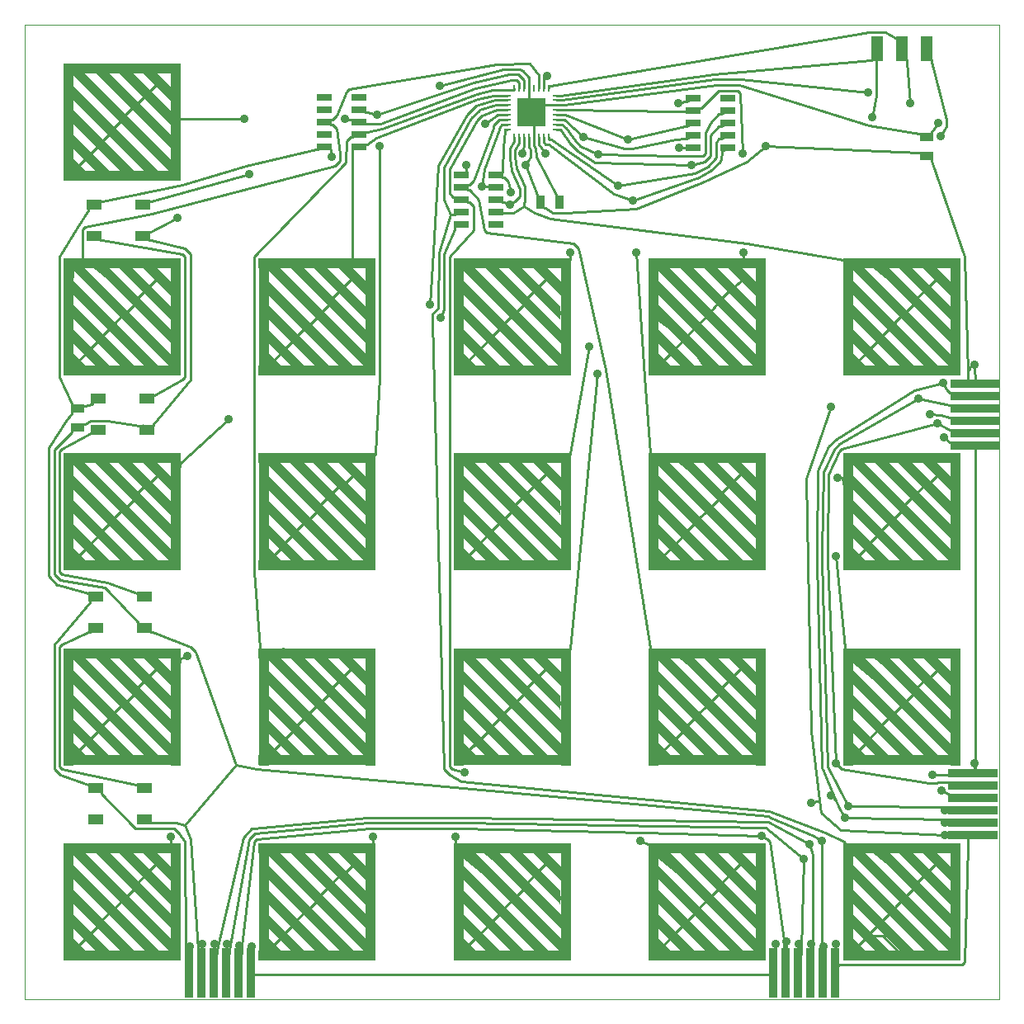
<source format=gtl>
G04 (created by PCBNEW (2013-jul-07)-stable) date Sun 07 Dec 2014 01:03:15 PM EST*
%MOIN*%
G04 Gerber Fmt 3.4, Leading zero omitted, Abs format*
%FSLAX34Y34*%
G01*
G70*
G90*
G04 APERTURE LIST*
%ADD10C,0.00590551*%
%ADD11C,0.00393701*%
%ADD12R,0.0591X0.0394*%
%ADD13R,0.055X0.035*%
%ADD14R,0.035X0.055*%
%ADD15R,0.03X0.01*%
%ADD16R,0.01X0.03*%
%ADD17R,0.1181X0.1181*%
%ADD18R,0.063X0.0315*%
%ADD19R,0.0511811X0.1*%
%ADD20R,0.2X0.035*%
%ADD21R,0.035X0.2*%
%ADD22R,0.472441X0.0393701*%
%ADD23R,0.0393701X0.472441*%
%ADD24C,0.035*%
%ADD25C,0.01*%
G04 APERTURE END LIST*
G54D10*
G54D11*
X15748Y-55118D02*
X15748Y-15748D01*
X55118Y-55118D02*
X15748Y-55118D01*
X55118Y-15748D02*
X55118Y-55118D01*
X15748Y-15748D02*
X55118Y-15748D01*
G54D12*
X18598Y-46593D03*
X18598Y-47853D03*
X20566Y-47853D03*
X20566Y-46593D03*
X18621Y-38867D03*
X18621Y-40127D03*
X20589Y-40127D03*
X20589Y-38867D03*
X18720Y-30858D03*
X18720Y-32118D03*
X20688Y-32118D03*
X20688Y-30858D03*
X18553Y-23035D03*
X18553Y-24295D03*
X20521Y-24295D03*
X20521Y-23035D03*
G54D13*
X17864Y-31265D03*
X17864Y-32015D03*
G54D14*
X36578Y-22928D03*
X37328Y-22928D03*
G54D13*
X52165Y-21044D03*
X52165Y-20294D03*
G54D15*
X35229Y-19789D03*
X35229Y-19592D03*
X35229Y-19395D03*
X35229Y-19986D03*
G54D16*
X35524Y-20281D03*
X35721Y-20281D03*
X35918Y-20281D03*
X36115Y-20281D03*
X36311Y-20281D03*
X36508Y-20281D03*
X36705Y-20281D03*
X36902Y-20281D03*
G54D15*
X37197Y-18608D03*
X37197Y-19986D03*
X37197Y-19789D03*
X37197Y-19592D03*
X37197Y-19395D03*
X37197Y-19199D03*
X37197Y-19002D03*
X37197Y-18805D03*
G54D16*
X36902Y-18313D03*
X36705Y-18313D03*
X36508Y-18313D03*
X36311Y-18313D03*
X36115Y-18313D03*
X35918Y-18313D03*
X35721Y-18313D03*
X35524Y-18313D03*
G54D15*
X35229Y-18608D03*
X35229Y-18805D03*
X35229Y-19002D03*
X35229Y-19199D03*
G54D17*
X36213Y-19297D03*
G54D18*
X29243Y-20685D03*
X29243Y-20185D03*
X29243Y-19685D03*
X29243Y-19185D03*
X29243Y-18685D03*
X27843Y-18685D03*
X27843Y-19185D03*
X27843Y-19685D03*
X27843Y-20185D03*
X27843Y-20685D03*
X44147Y-20736D03*
X44147Y-20236D03*
X44147Y-19736D03*
X44147Y-19236D03*
X44147Y-18736D03*
X42747Y-18736D03*
X42747Y-19236D03*
X42747Y-19736D03*
X42747Y-20236D03*
X42747Y-20736D03*
X33379Y-21828D03*
X33379Y-22328D03*
X33379Y-22828D03*
X33379Y-23328D03*
X33379Y-23828D03*
X34779Y-23828D03*
X34779Y-23328D03*
X34779Y-22828D03*
X34779Y-22328D03*
X34779Y-21828D03*
G54D19*
X50181Y-16732D03*
X51181Y-16732D03*
X52181Y-16732D03*
G54D20*
X54133Y-30246D03*
X54133Y-30746D03*
X54133Y-31246D03*
X54133Y-31746D03*
X54133Y-32246D03*
X54133Y-32746D03*
X54030Y-48500D03*
X54030Y-48000D03*
X54030Y-47500D03*
X54030Y-47000D03*
X54030Y-46500D03*
X54030Y-46000D03*
G54D21*
X48490Y-54040D03*
X47990Y-54040D03*
X47490Y-54040D03*
X46990Y-54040D03*
X46490Y-54040D03*
X45990Y-54040D03*
X22376Y-54040D03*
X22876Y-54040D03*
X23376Y-54040D03*
X23876Y-54040D03*
X24376Y-54040D03*
X24876Y-54040D03*
G54D22*
X27559Y-25393D03*
G54D23*
X25393Y-27559D03*
X29724Y-27559D03*
G54D22*
X27559Y-29724D03*
G54D10*
G36*
X29741Y-28838D02*
X26122Y-25219D01*
X26678Y-25219D01*
X29741Y-28281D01*
X29741Y-28838D01*
X29741Y-28838D01*
G37*
G36*
X29860Y-27028D02*
X28050Y-25218D01*
X28607Y-25218D01*
X29860Y-26471D01*
X29860Y-27028D01*
X29860Y-27028D01*
G37*
G36*
X29517Y-27670D02*
X27290Y-25442D01*
X27847Y-25442D01*
X29517Y-27113D01*
X29517Y-27670D01*
X29517Y-27670D01*
G37*
G36*
X29725Y-29807D02*
X25271Y-25353D01*
X25828Y-25353D01*
X29725Y-29250D01*
X29725Y-29807D01*
X29725Y-29807D01*
G37*
G36*
X28517Y-29583D02*
X25455Y-26521D01*
X25455Y-25964D01*
X29074Y-29583D01*
X28517Y-29583D01*
X28517Y-29583D01*
G37*
G36*
X27488Y-29538D02*
X25539Y-27590D01*
X25539Y-27033D01*
X28045Y-29538D01*
X27488Y-29538D01*
X27488Y-29538D01*
G37*
G36*
X26598Y-29632D02*
X25485Y-28519D01*
X25485Y-27962D01*
X27155Y-29632D01*
X26598Y-29632D01*
X26598Y-29632D01*
G37*
G36*
X25708Y-29687D02*
X25430Y-29409D01*
X25430Y-28852D01*
X26265Y-29687D01*
X25708Y-29687D01*
X25708Y-29687D01*
G37*
G54D22*
X19685Y-25393D03*
G54D23*
X17519Y-27559D03*
X21850Y-27559D03*
G54D22*
X19685Y-29724D03*
G54D10*
G36*
X21867Y-28838D02*
X18248Y-25219D01*
X18804Y-25219D01*
X21867Y-28281D01*
X21867Y-28838D01*
X21867Y-28838D01*
G37*
G36*
X21986Y-27028D02*
X20176Y-25218D01*
X20733Y-25218D01*
X21986Y-26471D01*
X21986Y-27028D01*
X21986Y-27028D01*
G37*
G36*
X21643Y-27670D02*
X19416Y-25442D01*
X19973Y-25442D01*
X21643Y-27113D01*
X21643Y-27670D01*
X21643Y-27670D01*
G37*
G36*
X21851Y-29807D02*
X17397Y-25353D01*
X17954Y-25353D01*
X21851Y-29250D01*
X21851Y-29807D01*
X21851Y-29807D01*
G37*
G36*
X20643Y-29583D02*
X17581Y-26521D01*
X17581Y-25964D01*
X21200Y-29583D01*
X20643Y-29583D01*
X20643Y-29583D01*
G37*
G36*
X19614Y-29538D02*
X17665Y-27590D01*
X17665Y-27033D01*
X20171Y-29538D01*
X19614Y-29538D01*
X19614Y-29538D01*
G37*
G36*
X18724Y-29632D02*
X17611Y-28519D01*
X17611Y-27962D01*
X19281Y-29632D01*
X18724Y-29632D01*
X18724Y-29632D01*
G37*
G36*
X17834Y-29687D02*
X17556Y-29409D01*
X17556Y-28852D01*
X18391Y-29687D01*
X17834Y-29687D01*
X17834Y-29687D01*
G37*
G54D22*
X19685Y-41141D03*
G54D23*
X17519Y-43307D03*
X21850Y-43307D03*
G54D22*
X19685Y-45472D03*
G54D10*
G36*
X21867Y-44586D02*
X18248Y-40967D01*
X18804Y-40967D01*
X21867Y-44029D01*
X21867Y-44586D01*
X21867Y-44586D01*
G37*
G36*
X21986Y-42776D02*
X20176Y-40966D01*
X20733Y-40966D01*
X21986Y-42219D01*
X21986Y-42776D01*
X21986Y-42776D01*
G37*
G36*
X21643Y-43418D02*
X19416Y-41190D01*
X19973Y-41190D01*
X21643Y-42861D01*
X21643Y-43418D01*
X21643Y-43418D01*
G37*
G36*
X21851Y-45555D02*
X17397Y-41101D01*
X17954Y-41101D01*
X21851Y-44998D01*
X21851Y-45555D01*
X21851Y-45555D01*
G37*
G36*
X20643Y-45331D02*
X17581Y-42269D01*
X17581Y-41712D01*
X21200Y-45331D01*
X20643Y-45331D01*
X20643Y-45331D01*
G37*
G36*
X19614Y-45286D02*
X17665Y-43338D01*
X17665Y-42781D01*
X20171Y-45286D01*
X19614Y-45286D01*
X19614Y-45286D01*
G37*
G36*
X18724Y-45381D02*
X17611Y-44267D01*
X17611Y-43710D01*
X19281Y-45381D01*
X18724Y-45381D01*
X18724Y-45381D01*
G37*
G36*
X17834Y-45435D02*
X17556Y-45157D01*
X17556Y-44600D01*
X18391Y-45435D01*
X17834Y-45435D01*
X17834Y-45435D01*
G37*
G54D22*
X19685Y-49015D03*
G54D23*
X17519Y-51181D03*
X21850Y-51181D03*
G54D22*
X19685Y-53346D03*
G54D10*
G36*
X21867Y-52460D02*
X18248Y-48841D01*
X18804Y-48841D01*
X21867Y-51903D01*
X21867Y-52460D01*
X21867Y-52460D01*
G37*
G36*
X21986Y-50650D02*
X20176Y-48840D01*
X20733Y-48840D01*
X21986Y-50093D01*
X21986Y-50650D01*
X21986Y-50650D01*
G37*
G36*
X21643Y-51292D02*
X19416Y-49065D01*
X19973Y-49065D01*
X21643Y-50735D01*
X21643Y-51292D01*
X21643Y-51292D01*
G37*
G36*
X21851Y-53429D02*
X17397Y-48975D01*
X17954Y-48975D01*
X21851Y-52872D01*
X21851Y-53429D01*
X21851Y-53429D01*
G37*
G36*
X20643Y-53205D02*
X17581Y-50143D01*
X17581Y-49586D01*
X21200Y-53205D01*
X20643Y-53205D01*
X20643Y-53205D01*
G37*
G36*
X19614Y-53160D02*
X17665Y-51212D01*
X17665Y-50655D01*
X20171Y-53160D01*
X19614Y-53160D01*
X19614Y-53160D01*
G37*
G36*
X18724Y-53255D02*
X17611Y-52141D01*
X17611Y-51584D01*
X19281Y-53255D01*
X18724Y-53255D01*
X18724Y-53255D01*
G37*
G36*
X17834Y-53309D02*
X17556Y-53031D01*
X17556Y-52474D01*
X18391Y-53309D01*
X17834Y-53309D01*
X17834Y-53309D01*
G37*
G54D22*
X35433Y-41141D03*
G54D23*
X33267Y-43307D03*
X37598Y-43307D03*
G54D22*
X35433Y-45472D03*
G54D10*
G36*
X37615Y-44586D02*
X33996Y-40967D01*
X34552Y-40967D01*
X37615Y-44029D01*
X37615Y-44586D01*
X37615Y-44586D01*
G37*
G36*
X37734Y-42776D02*
X35924Y-40966D01*
X36481Y-40966D01*
X37734Y-42219D01*
X37734Y-42776D01*
X37734Y-42776D01*
G37*
G36*
X37391Y-43418D02*
X35164Y-41190D01*
X35721Y-41190D01*
X37391Y-42861D01*
X37391Y-43418D01*
X37391Y-43418D01*
G37*
G36*
X37599Y-45555D02*
X33145Y-41101D01*
X33702Y-41101D01*
X37599Y-44998D01*
X37599Y-45555D01*
X37599Y-45555D01*
G37*
G36*
X36391Y-45331D02*
X33329Y-42269D01*
X33329Y-41712D01*
X36948Y-45331D01*
X36391Y-45331D01*
X36391Y-45331D01*
G37*
G36*
X35362Y-45286D02*
X33414Y-43338D01*
X33414Y-42781D01*
X35919Y-45286D01*
X35362Y-45286D01*
X35362Y-45286D01*
G37*
G36*
X34472Y-45381D02*
X33359Y-44267D01*
X33359Y-43710D01*
X35029Y-45381D01*
X34472Y-45381D01*
X34472Y-45381D01*
G37*
G36*
X33582Y-45435D02*
X33304Y-45157D01*
X33304Y-44600D01*
X34139Y-45435D01*
X33582Y-45435D01*
X33582Y-45435D01*
G37*
G54D22*
X43307Y-25393D03*
G54D23*
X41141Y-27559D03*
X45472Y-27559D03*
G54D22*
X43307Y-29724D03*
G54D10*
G36*
X45489Y-28838D02*
X41870Y-25219D01*
X42426Y-25219D01*
X45489Y-28281D01*
X45489Y-28838D01*
X45489Y-28838D01*
G37*
G36*
X45608Y-27028D02*
X43798Y-25218D01*
X44355Y-25218D01*
X45608Y-26471D01*
X45608Y-27028D01*
X45608Y-27028D01*
G37*
G36*
X45265Y-27670D02*
X43038Y-25442D01*
X43595Y-25442D01*
X45265Y-27113D01*
X45265Y-27670D01*
X45265Y-27670D01*
G37*
G36*
X45473Y-29807D02*
X41019Y-25353D01*
X41576Y-25353D01*
X45473Y-29250D01*
X45473Y-29807D01*
X45473Y-29807D01*
G37*
G36*
X44265Y-29583D02*
X41203Y-26521D01*
X41203Y-25964D01*
X44822Y-29583D01*
X44265Y-29583D01*
X44265Y-29583D01*
G37*
G36*
X43236Y-29538D02*
X41288Y-27590D01*
X41288Y-27033D01*
X43793Y-29538D01*
X43236Y-29538D01*
X43236Y-29538D01*
G37*
G36*
X42346Y-29632D02*
X41233Y-28519D01*
X41233Y-27962D01*
X42903Y-29632D01*
X42346Y-29632D01*
X42346Y-29632D01*
G37*
G36*
X41456Y-29687D02*
X41178Y-29409D01*
X41178Y-28852D01*
X42013Y-29687D01*
X41456Y-29687D01*
X41456Y-29687D01*
G37*
G54D22*
X27559Y-33267D03*
G54D23*
X25393Y-35433D03*
X29724Y-35433D03*
G54D22*
X27559Y-37598D03*
G54D10*
G36*
X29741Y-36712D02*
X26122Y-33093D01*
X26678Y-33093D01*
X29741Y-36155D01*
X29741Y-36712D01*
X29741Y-36712D01*
G37*
G36*
X29860Y-34902D02*
X28050Y-33092D01*
X28607Y-33092D01*
X29860Y-34345D01*
X29860Y-34902D01*
X29860Y-34902D01*
G37*
G36*
X29517Y-35544D02*
X27290Y-33316D01*
X27847Y-33316D01*
X29517Y-34987D01*
X29517Y-35544D01*
X29517Y-35544D01*
G37*
G36*
X29725Y-37681D02*
X25271Y-33227D01*
X25828Y-33227D01*
X29725Y-37124D01*
X29725Y-37681D01*
X29725Y-37681D01*
G37*
G36*
X28517Y-37457D02*
X25455Y-34395D01*
X25455Y-33838D01*
X29074Y-37457D01*
X28517Y-37457D01*
X28517Y-37457D01*
G37*
G36*
X27488Y-37412D02*
X25539Y-35464D01*
X25539Y-34907D01*
X28045Y-37412D01*
X27488Y-37412D01*
X27488Y-37412D01*
G37*
G36*
X26598Y-37506D02*
X25485Y-36393D01*
X25485Y-35836D01*
X27155Y-37506D01*
X26598Y-37506D01*
X26598Y-37506D01*
G37*
G36*
X25708Y-37561D02*
X25430Y-37283D01*
X25430Y-36726D01*
X26265Y-37561D01*
X25708Y-37561D01*
X25708Y-37561D01*
G37*
G54D22*
X43307Y-33267D03*
G54D23*
X41141Y-35433D03*
X45472Y-35433D03*
G54D22*
X43307Y-37598D03*
G54D10*
G36*
X45489Y-36712D02*
X41870Y-33093D01*
X42426Y-33093D01*
X45489Y-36155D01*
X45489Y-36712D01*
X45489Y-36712D01*
G37*
G36*
X45608Y-34902D02*
X43798Y-33092D01*
X44355Y-33092D01*
X45608Y-34345D01*
X45608Y-34902D01*
X45608Y-34902D01*
G37*
G36*
X45265Y-35544D02*
X43038Y-33316D01*
X43595Y-33316D01*
X45265Y-34987D01*
X45265Y-35544D01*
X45265Y-35544D01*
G37*
G36*
X45473Y-37681D02*
X41019Y-33227D01*
X41576Y-33227D01*
X45473Y-37124D01*
X45473Y-37681D01*
X45473Y-37681D01*
G37*
G36*
X44265Y-37457D02*
X41203Y-34395D01*
X41203Y-33838D01*
X44822Y-37457D01*
X44265Y-37457D01*
X44265Y-37457D01*
G37*
G36*
X43236Y-37412D02*
X41288Y-35464D01*
X41288Y-34907D01*
X43793Y-37412D01*
X43236Y-37412D01*
X43236Y-37412D01*
G37*
G36*
X42346Y-37506D02*
X41233Y-36393D01*
X41233Y-35836D01*
X42903Y-37506D01*
X42346Y-37506D01*
X42346Y-37506D01*
G37*
G36*
X41456Y-37561D02*
X41178Y-37283D01*
X41178Y-36726D01*
X42013Y-37561D01*
X41456Y-37561D01*
X41456Y-37561D01*
G37*
G54D22*
X35433Y-33267D03*
G54D23*
X33267Y-35433D03*
X37598Y-35433D03*
G54D22*
X35433Y-37598D03*
G54D10*
G36*
X37615Y-36712D02*
X33996Y-33093D01*
X34552Y-33093D01*
X37615Y-36155D01*
X37615Y-36712D01*
X37615Y-36712D01*
G37*
G36*
X37734Y-34902D02*
X35924Y-33092D01*
X36481Y-33092D01*
X37734Y-34345D01*
X37734Y-34902D01*
X37734Y-34902D01*
G37*
G36*
X37391Y-35544D02*
X35164Y-33316D01*
X35721Y-33316D01*
X37391Y-34987D01*
X37391Y-35544D01*
X37391Y-35544D01*
G37*
G36*
X37599Y-37681D02*
X33145Y-33227D01*
X33702Y-33227D01*
X37599Y-37124D01*
X37599Y-37681D01*
X37599Y-37681D01*
G37*
G36*
X36391Y-37457D02*
X33329Y-34395D01*
X33329Y-33838D01*
X36948Y-37457D01*
X36391Y-37457D01*
X36391Y-37457D01*
G37*
G36*
X35362Y-37412D02*
X33414Y-35464D01*
X33414Y-34907D01*
X35919Y-37412D01*
X35362Y-37412D01*
X35362Y-37412D01*
G37*
G36*
X34472Y-37506D02*
X33359Y-36393D01*
X33359Y-35836D01*
X35029Y-37506D01*
X34472Y-37506D01*
X34472Y-37506D01*
G37*
G36*
X33582Y-37561D02*
X33304Y-37283D01*
X33304Y-36726D01*
X34139Y-37561D01*
X33582Y-37561D01*
X33582Y-37561D01*
G37*
G54D22*
X51181Y-41141D03*
G54D23*
X49015Y-43307D03*
X53346Y-43307D03*
G54D22*
X51181Y-45472D03*
G54D10*
G36*
X53363Y-44586D02*
X49744Y-40967D01*
X50300Y-40967D01*
X53363Y-44029D01*
X53363Y-44586D01*
X53363Y-44586D01*
G37*
G36*
X53482Y-42776D02*
X51672Y-40966D01*
X52229Y-40966D01*
X53482Y-42219D01*
X53482Y-42776D01*
X53482Y-42776D01*
G37*
G36*
X53139Y-43418D02*
X50912Y-41190D01*
X51469Y-41190D01*
X53139Y-42861D01*
X53139Y-43418D01*
X53139Y-43418D01*
G37*
G36*
X53347Y-45555D02*
X48893Y-41101D01*
X49450Y-41101D01*
X53347Y-44998D01*
X53347Y-45555D01*
X53347Y-45555D01*
G37*
G36*
X52139Y-45331D02*
X49077Y-42269D01*
X49077Y-41712D01*
X52696Y-45331D01*
X52139Y-45331D01*
X52139Y-45331D01*
G37*
G36*
X51110Y-45286D02*
X49162Y-43338D01*
X49162Y-42781D01*
X51667Y-45286D01*
X51110Y-45286D01*
X51110Y-45286D01*
G37*
G36*
X50220Y-45381D02*
X49107Y-44267D01*
X49107Y-43710D01*
X50777Y-45381D01*
X50220Y-45381D01*
X50220Y-45381D01*
G37*
G36*
X49330Y-45435D02*
X49052Y-45157D01*
X49052Y-44600D01*
X49887Y-45435D01*
X49330Y-45435D01*
X49330Y-45435D01*
G37*
G54D22*
X35433Y-25393D03*
G54D23*
X33267Y-27559D03*
X37598Y-27559D03*
G54D22*
X35433Y-29724D03*
G54D10*
G36*
X37615Y-28838D02*
X33996Y-25219D01*
X34552Y-25219D01*
X37615Y-28281D01*
X37615Y-28838D01*
X37615Y-28838D01*
G37*
G36*
X37734Y-27028D02*
X35924Y-25218D01*
X36481Y-25218D01*
X37734Y-26471D01*
X37734Y-27028D01*
X37734Y-27028D01*
G37*
G36*
X37391Y-27670D02*
X35164Y-25442D01*
X35721Y-25442D01*
X37391Y-27113D01*
X37391Y-27670D01*
X37391Y-27670D01*
G37*
G36*
X37599Y-29807D02*
X33145Y-25353D01*
X33702Y-25353D01*
X37599Y-29250D01*
X37599Y-29807D01*
X37599Y-29807D01*
G37*
G36*
X36391Y-29583D02*
X33329Y-26521D01*
X33329Y-25964D01*
X36948Y-29583D01*
X36391Y-29583D01*
X36391Y-29583D01*
G37*
G36*
X35362Y-29538D02*
X33414Y-27590D01*
X33414Y-27033D01*
X35919Y-29538D01*
X35362Y-29538D01*
X35362Y-29538D01*
G37*
G36*
X34472Y-29632D02*
X33359Y-28519D01*
X33359Y-27962D01*
X35029Y-29632D01*
X34472Y-29632D01*
X34472Y-29632D01*
G37*
G36*
X33582Y-29687D02*
X33304Y-29409D01*
X33304Y-28852D01*
X34139Y-29687D01*
X33582Y-29687D01*
X33582Y-29687D01*
G37*
G54D22*
X51181Y-25393D03*
G54D23*
X49015Y-27559D03*
X53346Y-27559D03*
G54D22*
X51181Y-29724D03*
G54D10*
G36*
X53363Y-28838D02*
X49744Y-25219D01*
X50300Y-25219D01*
X53363Y-28281D01*
X53363Y-28838D01*
X53363Y-28838D01*
G37*
G36*
X53482Y-27028D02*
X51672Y-25218D01*
X52229Y-25218D01*
X53482Y-26471D01*
X53482Y-27028D01*
X53482Y-27028D01*
G37*
G36*
X53139Y-27670D02*
X50912Y-25442D01*
X51469Y-25442D01*
X53139Y-27113D01*
X53139Y-27670D01*
X53139Y-27670D01*
G37*
G36*
X53347Y-29807D02*
X48893Y-25353D01*
X49450Y-25353D01*
X53347Y-29250D01*
X53347Y-29807D01*
X53347Y-29807D01*
G37*
G36*
X52139Y-29583D02*
X49077Y-26521D01*
X49077Y-25964D01*
X52696Y-29583D01*
X52139Y-29583D01*
X52139Y-29583D01*
G37*
G36*
X51110Y-29538D02*
X49162Y-27590D01*
X49162Y-27033D01*
X51667Y-29538D01*
X51110Y-29538D01*
X51110Y-29538D01*
G37*
G36*
X50220Y-29632D02*
X49107Y-28519D01*
X49107Y-27962D01*
X50777Y-29632D01*
X50220Y-29632D01*
X50220Y-29632D01*
G37*
G36*
X49330Y-29687D02*
X49052Y-29409D01*
X49052Y-28852D01*
X49887Y-29687D01*
X49330Y-29687D01*
X49330Y-29687D01*
G37*
G54D22*
X27559Y-41141D03*
G54D23*
X25393Y-43307D03*
X29724Y-43307D03*
G54D22*
X27559Y-45472D03*
G54D10*
G36*
X29741Y-44586D02*
X26122Y-40967D01*
X26678Y-40967D01*
X29741Y-44029D01*
X29741Y-44586D01*
X29741Y-44586D01*
G37*
G36*
X29860Y-42776D02*
X28050Y-40966D01*
X28607Y-40966D01*
X29860Y-42219D01*
X29860Y-42776D01*
X29860Y-42776D01*
G37*
G36*
X29517Y-43418D02*
X27290Y-41190D01*
X27847Y-41190D01*
X29517Y-42861D01*
X29517Y-43418D01*
X29517Y-43418D01*
G37*
G36*
X29725Y-45555D02*
X25271Y-41101D01*
X25828Y-41101D01*
X29725Y-44998D01*
X29725Y-45555D01*
X29725Y-45555D01*
G37*
G36*
X28517Y-45331D02*
X25455Y-42269D01*
X25455Y-41712D01*
X29074Y-45331D01*
X28517Y-45331D01*
X28517Y-45331D01*
G37*
G36*
X27488Y-45286D02*
X25539Y-43338D01*
X25539Y-42781D01*
X28045Y-45286D01*
X27488Y-45286D01*
X27488Y-45286D01*
G37*
G36*
X26598Y-45381D02*
X25485Y-44267D01*
X25485Y-43710D01*
X27155Y-45381D01*
X26598Y-45381D01*
X26598Y-45381D01*
G37*
G36*
X25708Y-45435D02*
X25430Y-45157D01*
X25430Y-44600D01*
X26265Y-45435D01*
X25708Y-45435D01*
X25708Y-45435D01*
G37*
G54D22*
X19685Y-17519D03*
G54D23*
X17519Y-19685D03*
X21850Y-19685D03*
G54D22*
X19685Y-21850D03*
G54D10*
G36*
X21867Y-20964D02*
X18248Y-17345D01*
X18804Y-17345D01*
X21867Y-20407D01*
X21867Y-20964D01*
X21867Y-20964D01*
G37*
G36*
X21986Y-19154D02*
X20176Y-17344D01*
X20733Y-17344D01*
X21986Y-18597D01*
X21986Y-19154D01*
X21986Y-19154D01*
G37*
G36*
X21643Y-19796D02*
X19416Y-17568D01*
X19973Y-17568D01*
X21643Y-19239D01*
X21643Y-19796D01*
X21643Y-19796D01*
G37*
G36*
X21851Y-21933D02*
X17397Y-17479D01*
X17954Y-17479D01*
X21851Y-21376D01*
X21851Y-21933D01*
X21851Y-21933D01*
G37*
G36*
X20643Y-21709D02*
X17581Y-18647D01*
X17581Y-18090D01*
X21200Y-21709D01*
X20643Y-21709D01*
X20643Y-21709D01*
G37*
G36*
X19614Y-21664D02*
X17665Y-19716D01*
X17665Y-19159D01*
X20171Y-21664D01*
X19614Y-21664D01*
X19614Y-21664D01*
G37*
G36*
X18724Y-21758D02*
X17611Y-20645D01*
X17611Y-20088D01*
X19281Y-21758D01*
X18724Y-21758D01*
X18724Y-21758D01*
G37*
G36*
X17834Y-21813D02*
X17556Y-21535D01*
X17556Y-20978D01*
X18391Y-21813D01*
X17834Y-21813D01*
X17834Y-21813D01*
G37*
G54D22*
X43307Y-41141D03*
G54D23*
X41141Y-43307D03*
X45472Y-43307D03*
G54D22*
X43307Y-45472D03*
G54D10*
G36*
X45489Y-44586D02*
X41870Y-40967D01*
X42426Y-40967D01*
X45489Y-44029D01*
X45489Y-44586D01*
X45489Y-44586D01*
G37*
G36*
X45608Y-42776D02*
X43798Y-40966D01*
X44355Y-40966D01*
X45608Y-42219D01*
X45608Y-42776D01*
X45608Y-42776D01*
G37*
G36*
X45265Y-43418D02*
X43038Y-41190D01*
X43595Y-41190D01*
X45265Y-42861D01*
X45265Y-43418D01*
X45265Y-43418D01*
G37*
G36*
X45473Y-45555D02*
X41019Y-41101D01*
X41576Y-41101D01*
X45473Y-44998D01*
X45473Y-45555D01*
X45473Y-45555D01*
G37*
G36*
X44265Y-45331D02*
X41203Y-42269D01*
X41203Y-41712D01*
X44822Y-45331D01*
X44265Y-45331D01*
X44265Y-45331D01*
G37*
G36*
X43236Y-45286D02*
X41288Y-43338D01*
X41288Y-42781D01*
X43793Y-45286D01*
X43236Y-45286D01*
X43236Y-45286D01*
G37*
G36*
X42346Y-45381D02*
X41233Y-44267D01*
X41233Y-43710D01*
X42903Y-45381D01*
X42346Y-45381D01*
X42346Y-45381D01*
G37*
G36*
X41456Y-45435D02*
X41178Y-45157D01*
X41178Y-44600D01*
X42013Y-45435D01*
X41456Y-45435D01*
X41456Y-45435D01*
G37*
G54D22*
X43307Y-49015D03*
G54D23*
X41141Y-51181D03*
X45472Y-51181D03*
G54D22*
X43307Y-53346D03*
G54D10*
G36*
X45489Y-52460D02*
X41870Y-48841D01*
X42426Y-48841D01*
X45489Y-51903D01*
X45489Y-52460D01*
X45489Y-52460D01*
G37*
G36*
X45608Y-50650D02*
X43798Y-48840D01*
X44355Y-48840D01*
X45608Y-50093D01*
X45608Y-50650D01*
X45608Y-50650D01*
G37*
G36*
X45265Y-51292D02*
X43038Y-49065D01*
X43595Y-49065D01*
X45265Y-50735D01*
X45265Y-51292D01*
X45265Y-51292D01*
G37*
G36*
X45473Y-53429D02*
X41019Y-48975D01*
X41576Y-48975D01*
X45473Y-52872D01*
X45473Y-53429D01*
X45473Y-53429D01*
G37*
G36*
X44265Y-53205D02*
X41203Y-50143D01*
X41203Y-49586D01*
X44822Y-53205D01*
X44265Y-53205D01*
X44265Y-53205D01*
G37*
G36*
X43236Y-53160D02*
X41288Y-51212D01*
X41288Y-50655D01*
X43793Y-53160D01*
X43236Y-53160D01*
X43236Y-53160D01*
G37*
G36*
X42346Y-53255D02*
X41233Y-52141D01*
X41233Y-51584D01*
X42903Y-53255D01*
X42346Y-53255D01*
X42346Y-53255D01*
G37*
G36*
X41456Y-53309D02*
X41178Y-53031D01*
X41178Y-52474D01*
X42013Y-53309D01*
X41456Y-53309D01*
X41456Y-53309D01*
G37*
G54D22*
X51181Y-49015D03*
G54D23*
X49015Y-51181D03*
X53346Y-51181D03*
G54D22*
X51181Y-53346D03*
G54D10*
G36*
X53363Y-52460D02*
X49744Y-48841D01*
X50300Y-48841D01*
X53363Y-51903D01*
X53363Y-52460D01*
X53363Y-52460D01*
G37*
G36*
X53482Y-50650D02*
X51672Y-48840D01*
X52229Y-48840D01*
X53482Y-50093D01*
X53482Y-50650D01*
X53482Y-50650D01*
G37*
G36*
X53139Y-51292D02*
X50912Y-49065D01*
X51469Y-49065D01*
X53139Y-50735D01*
X53139Y-51292D01*
X53139Y-51292D01*
G37*
G36*
X53347Y-53429D02*
X48893Y-48975D01*
X49450Y-48975D01*
X53347Y-52872D01*
X53347Y-53429D01*
X53347Y-53429D01*
G37*
G36*
X52139Y-53205D02*
X49077Y-50143D01*
X49077Y-49586D01*
X52696Y-53205D01*
X52139Y-53205D01*
X52139Y-53205D01*
G37*
G36*
X51110Y-53160D02*
X49162Y-51212D01*
X49162Y-50655D01*
X51667Y-53160D01*
X51110Y-53160D01*
X51110Y-53160D01*
G37*
G36*
X50220Y-53255D02*
X49107Y-52141D01*
X49107Y-51584D01*
X50777Y-53255D01*
X50220Y-53255D01*
X50220Y-53255D01*
G37*
G36*
X49330Y-53309D02*
X49052Y-53031D01*
X49052Y-52474D01*
X49887Y-53309D01*
X49330Y-53309D01*
X49330Y-53309D01*
G37*
G54D22*
X51181Y-33267D03*
G54D23*
X49015Y-35433D03*
X53346Y-35433D03*
G54D22*
X51181Y-37598D03*
G54D10*
G36*
X53363Y-36712D02*
X49744Y-33093D01*
X50300Y-33093D01*
X53363Y-36155D01*
X53363Y-36712D01*
X53363Y-36712D01*
G37*
G36*
X53482Y-34902D02*
X51672Y-33092D01*
X52229Y-33092D01*
X53482Y-34345D01*
X53482Y-34902D01*
X53482Y-34902D01*
G37*
G36*
X53139Y-35544D02*
X50912Y-33316D01*
X51469Y-33316D01*
X53139Y-34987D01*
X53139Y-35544D01*
X53139Y-35544D01*
G37*
G36*
X53347Y-37681D02*
X48893Y-33227D01*
X49450Y-33227D01*
X53347Y-37124D01*
X53347Y-37681D01*
X53347Y-37681D01*
G37*
G36*
X52139Y-37457D02*
X49077Y-34395D01*
X49077Y-33838D01*
X52696Y-37457D01*
X52139Y-37457D01*
X52139Y-37457D01*
G37*
G36*
X51110Y-37412D02*
X49162Y-35464D01*
X49162Y-34907D01*
X51667Y-37412D01*
X51110Y-37412D01*
X51110Y-37412D01*
G37*
G36*
X50220Y-37506D02*
X49107Y-36393D01*
X49107Y-35836D01*
X50777Y-37506D01*
X50220Y-37506D01*
X50220Y-37506D01*
G37*
G36*
X49330Y-37561D02*
X49052Y-37283D01*
X49052Y-36726D01*
X49887Y-37561D01*
X49330Y-37561D01*
X49330Y-37561D01*
G37*
G54D22*
X27559Y-49015D03*
G54D23*
X25393Y-51181D03*
X29724Y-51181D03*
G54D22*
X27559Y-53346D03*
G54D10*
G36*
X29741Y-52460D02*
X26122Y-48841D01*
X26678Y-48841D01*
X29741Y-51903D01*
X29741Y-52460D01*
X29741Y-52460D01*
G37*
G36*
X29860Y-50650D02*
X28050Y-48840D01*
X28607Y-48840D01*
X29860Y-50093D01*
X29860Y-50650D01*
X29860Y-50650D01*
G37*
G36*
X29517Y-51292D02*
X27290Y-49065D01*
X27847Y-49065D01*
X29517Y-50735D01*
X29517Y-51292D01*
X29517Y-51292D01*
G37*
G36*
X29725Y-53429D02*
X25271Y-48975D01*
X25828Y-48975D01*
X29725Y-52872D01*
X29725Y-53429D01*
X29725Y-53429D01*
G37*
G36*
X28517Y-53205D02*
X25455Y-50143D01*
X25455Y-49586D01*
X29074Y-53205D01*
X28517Y-53205D01*
X28517Y-53205D01*
G37*
G36*
X27488Y-53160D02*
X25539Y-51212D01*
X25539Y-50655D01*
X28045Y-53160D01*
X27488Y-53160D01*
X27488Y-53160D01*
G37*
G36*
X26598Y-53255D02*
X25485Y-52141D01*
X25485Y-51584D01*
X27155Y-53255D01*
X26598Y-53255D01*
X26598Y-53255D01*
G37*
G36*
X25708Y-53309D02*
X25430Y-53031D01*
X25430Y-52474D01*
X26265Y-53309D01*
X25708Y-53309D01*
X25708Y-53309D01*
G37*
G54D22*
X19685Y-33267D03*
G54D23*
X17519Y-35433D03*
X21850Y-35433D03*
G54D22*
X19685Y-37598D03*
G54D10*
G36*
X21867Y-36712D02*
X18248Y-33093D01*
X18804Y-33093D01*
X21867Y-36155D01*
X21867Y-36712D01*
X21867Y-36712D01*
G37*
G36*
X21986Y-34902D02*
X20176Y-33092D01*
X20733Y-33092D01*
X21986Y-34345D01*
X21986Y-34902D01*
X21986Y-34902D01*
G37*
G36*
X21643Y-35544D02*
X19416Y-33316D01*
X19973Y-33316D01*
X21643Y-34987D01*
X21643Y-35544D01*
X21643Y-35544D01*
G37*
G36*
X21851Y-37681D02*
X17397Y-33227D01*
X17954Y-33227D01*
X21851Y-37124D01*
X21851Y-37681D01*
X21851Y-37681D01*
G37*
G36*
X20643Y-37457D02*
X17581Y-34395D01*
X17581Y-33838D01*
X21200Y-37457D01*
X20643Y-37457D01*
X20643Y-37457D01*
G37*
G36*
X19614Y-37412D02*
X17665Y-35464D01*
X17665Y-34907D01*
X20171Y-37412D01*
X19614Y-37412D01*
X19614Y-37412D01*
G37*
G36*
X18724Y-37506D02*
X17611Y-36393D01*
X17611Y-35836D01*
X19281Y-37506D01*
X18724Y-37506D01*
X18724Y-37506D01*
G37*
G36*
X17834Y-37561D02*
X17556Y-37283D01*
X17556Y-36726D01*
X18391Y-37561D01*
X17834Y-37561D01*
X17834Y-37561D01*
G37*
G54D22*
X35433Y-49015D03*
G54D23*
X33267Y-51181D03*
X37598Y-51181D03*
G54D22*
X35433Y-53346D03*
G54D10*
G36*
X37615Y-52460D02*
X33996Y-48841D01*
X34552Y-48841D01*
X37615Y-51903D01*
X37615Y-52460D01*
X37615Y-52460D01*
G37*
G36*
X37734Y-50650D02*
X35924Y-48840D01*
X36481Y-48840D01*
X37734Y-50093D01*
X37734Y-50650D01*
X37734Y-50650D01*
G37*
G36*
X37391Y-51292D02*
X35164Y-49065D01*
X35721Y-49065D01*
X37391Y-50735D01*
X37391Y-51292D01*
X37391Y-51292D01*
G37*
G36*
X37599Y-53429D02*
X33145Y-48975D01*
X33702Y-48975D01*
X37599Y-52872D01*
X37599Y-53429D01*
X37599Y-53429D01*
G37*
G36*
X36391Y-53205D02*
X33329Y-50143D01*
X33329Y-49586D01*
X36948Y-53205D01*
X36391Y-53205D01*
X36391Y-53205D01*
G37*
G36*
X35362Y-53160D02*
X33414Y-51212D01*
X33414Y-50655D01*
X35919Y-53160D01*
X35362Y-53160D01*
X35362Y-53160D01*
G37*
G36*
X34472Y-53255D02*
X33359Y-52141D01*
X33359Y-51584D01*
X35029Y-53255D01*
X34472Y-53255D01*
X34472Y-53255D01*
G37*
G36*
X33582Y-53309D02*
X33304Y-53031D01*
X33304Y-52474D01*
X34139Y-53309D01*
X33582Y-53309D01*
X33582Y-53309D01*
G37*
G54D24*
X36834Y-17834D03*
X47520Y-47190D03*
X54100Y-29500D03*
X48300Y-31200D03*
X52900Y-48500D03*
X48500Y-52900D03*
X22400Y-53000D03*
X45679Y-20648D03*
X33588Y-21416D03*
X35966Y-21416D03*
X42177Y-20721D03*
X28132Y-21097D03*
X21913Y-23562D03*
X32523Y-18224D03*
X48300Y-46890D03*
X52900Y-48000D03*
X48000Y-53000D03*
X22900Y-52900D03*
X47928Y-48733D03*
X52636Y-19725D03*
X48861Y-47800D03*
X52838Y-30216D03*
X35392Y-22539D03*
X29826Y-48563D03*
X34208Y-22277D03*
X23991Y-31697D03*
X54133Y-31246D03*
X52900Y-47500D03*
X47500Y-52900D03*
X23400Y-52900D03*
X51834Y-30855D03*
X47450Y-48869D03*
X49008Y-47328D03*
X49981Y-19489D03*
X38319Y-20297D03*
X21633Y-48563D03*
X36760Y-20949D03*
X42134Y-18916D03*
X22302Y-41243D03*
X44757Y-20949D03*
X44777Y-24941D03*
X39694Y-22257D03*
X38547Y-28766D03*
X33509Y-45964D03*
X40603Y-48736D03*
X40297Y-22853D03*
X40441Y-24965D03*
X29960Y-19404D03*
X30082Y-20673D03*
X28673Y-19559D03*
X24614Y-19556D03*
X24804Y-21797D03*
X35849Y-20946D03*
X54133Y-31746D03*
X47000Y-52900D03*
X23900Y-52900D03*
X49794Y-18474D03*
X47220Y-49446D03*
X52297Y-31485D03*
X52771Y-46705D03*
X54133Y-32246D03*
X54133Y-46494D03*
X46500Y-52800D03*
X24409Y-52952D03*
X45520Y-48523D03*
X52594Y-31859D03*
X48523Y-45576D03*
X51501Y-18921D03*
X35349Y-23012D03*
X33127Y-48563D03*
X54100Y-45600D03*
X24900Y-53000D03*
X52735Y-20241D03*
X34344Y-19765D03*
X52422Y-46044D03*
X46074Y-52878D03*
X52865Y-32430D03*
X32554Y-27584D03*
X32112Y-27042D03*
X48563Y-34055D03*
X40123Y-20400D03*
X38868Y-29846D03*
X38916Y-20980D03*
X37761Y-24941D03*
X42666Y-21408D03*
X48523Y-37215D03*
G54D25*
X36705Y-18313D02*
X36712Y-17881D01*
X36712Y-17881D02*
X36834Y-17834D01*
X47839Y-47097D02*
X47839Y-47097D01*
X47520Y-47190D02*
X47839Y-47097D01*
X54100Y-29500D02*
X54133Y-30246D01*
X53900Y-29600D02*
X53900Y-29700D01*
X54100Y-29500D02*
X53900Y-29600D01*
X48300Y-31200D02*
X47300Y-34100D01*
X47300Y-34100D02*
X47500Y-44300D01*
X47500Y-44300D02*
X47839Y-47097D01*
X48700Y-48300D02*
X52900Y-48500D01*
X47839Y-47097D02*
X47900Y-47600D01*
X47900Y-47600D02*
X48700Y-48300D01*
X54133Y-48494D02*
X52900Y-48500D01*
X48500Y-52900D02*
X48494Y-54133D01*
X22400Y-53000D02*
X22372Y-54133D01*
X17639Y-31390D02*
X17864Y-31265D01*
X17639Y-31440D02*
X17639Y-31390D01*
X17639Y-31461D02*
X17639Y-31440D01*
X17419Y-31770D02*
X17639Y-31461D01*
X16730Y-32800D02*
X17419Y-31770D01*
X16712Y-32842D02*
X16730Y-32800D01*
X16712Y-37567D02*
X16712Y-32842D01*
X16712Y-38023D02*
X16712Y-37567D01*
X16730Y-38065D02*
X16712Y-38023D01*
X17052Y-38388D02*
X16730Y-38065D01*
X17094Y-38405D02*
X17052Y-38388D01*
X18326Y-38720D02*
X17094Y-38405D01*
X18376Y-38720D02*
X18326Y-38720D01*
X18621Y-38867D02*
X18376Y-38720D01*
X36703Y-23153D02*
X36578Y-22928D01*
X36753Y-23153D02*
X36703Y-23153D01*
X36774Y-23153D02*
X36753Y-23153D01*
X37083Y-23373D02*
X36774Y-23153D01*
X37433Y-23373D02*
X37083Y-23373D01*
X37574Y-23373D02*
X37433Y-23373D01*
X40440Y-23198D02*
X37574Y-23373D01*
X42929Y-22193D02*
X40440Y-23198D01*
X43035Y-22149D02*
X42929Y-22193D01*
X44900Y-21294D02*
X43035Y-22149D01*
X45679Y-20648D02*
X44900Y-21294D01*
X53713Y-53613D02*
X53838Y-48924D01*
X53613Y-53713D02*
X53713Y-53613D01*
X48669Y-53713D02*
X53613Y-53713D01*
X48619Y-53713D02*
X48669Y-53713D01*
X48494Y-54133D02*
X48619Y-53713D01*
X36181Y-21083D02*
X35966Y-21416D01*
X36181Y-20808D02*
X36181Y-21083D01*
X36169Y-20796D02*
X36181Y-20808D01*
X36152Y-20773D02*
X36169Y-20796D01*
X36115Y-20685D02*
X36152Y-20773D01*
X36115Y-20431D02*
X36115Y-20685D01*
X36115Y-20381D02*
X36115Y-20431D01*
X36115Y-20281D02*
X36115Y-20381D01*
X18843Y-46740D02*
X18598Y-46593D01*
X18843Y-46790D02*
X18843Y-46740D01*
X18843Y-46810D02*
X18843Y-46790D01*
X20100Y-48120D02*
X18843Y-46810D01*
X20200Y-48220D02*
X20100Y-48120D01*
X20791Y-48220D02*
X20200Y-48220D01*
X20932Y-48220D02*
X20791Y-48220D01*
X21490Y-48218D02*
X20932Y-48220D01*
X21776Y-48218D02*
X21490Y-48218D01*
X21978Y-48420D02*
X21776Y-48218D01*
X22217Y-48748D02*
X21978Y-48420D01*
X22247Y-53113D02*
X22217Y-48748D01*
X22247Y-53133D02*
X22247Y-53113D01*
X22247Y-53183D02*
X22247Y-53133D01*
X22372Y-54133D02*
X22247Y-53183D01*
X18352Y-46446D02*
X18598Y-46593D01*
X18302Y-46446D02*
X18352Y-46446D01*
X17161Y-46059D02*
X18302Y-46446D01*
X16932Y-45830D02*
X17161Y-46059D01*
X16932Y-45507D02*
X16932Y-45830D01*
X16932Y-40783D02*
X16932Y-45507D01*
X18376Y-39085D02*
X16932Y-40783D01*
X18376Y-39064D02*
X18376Y-39085D01*
X18376Y-39014D02*
X18376Y-39064D01*
X18621Y-38867D02*
X18376Y-39014D01*
X18798Y-22888D02*
X18553Y-23035D01*
X18848Y-22888D02*
X18798Y-22888D01*
X18869Y-22888D02*
X18848Y-22888D01*
X22117Y-22217D02*
X18869Y-22888D01*
X24661Y-21452D02*
X22117Y-22217D01*
X27507Y-20792D02*
X24661Y-21452D01*
X27528Y-20792D02*
X27507Y-20792D01*
X27578Y-20792D02*
X27528Y-20792D01*
X27843Y-20685D02*
X27578Y-20792D01*
X17639Y-31140D02*
X17864Y-31265D01*
X17639Y-31090D02*
X17639Y-31140D01*
X17639Y-31070D02*
X17639Y-31090D01*
X17152Y-29991D02*
X17639Y-31070D01*
X17152Y-29850D02*
X17152Y-29991D01*
X17152Y-25126D02*
X17152Y-29850D01*
X17867Y-23937D02*
X17152Y-25126D01*
X18307Y-23253D02*
X17867Y-23937D01*
X18307Y-23232D02*
X18307Y-23253D01*
X18307Y-23182D02*
X18307Y-23232D01*
X18553Y-23035D02*
X18307Y-23182D01*
X52390Y-21169D02*
X52165Y-21044D01*
X53838Y-29816D02*
X53838Y-30071D01*
X53838Y-30071D02*
X53838Y-30121D01*
X53838Y-30121D02*
X54133Y-30246D01*
X53838Y-29816D02*
X53713Y-25126D01*
X53713Y-25126D02*
X52390Y-21240D01*
X52390Y-21240D02*
X52390Y-21219D01*
X52390Y-21219D02*
X52390Y-21169D01*
X28108Y-20792D02*
X27843Y-20685D01*
X28108Y-20842D02*
X28108Y-20792D01*
X28108Y-20863D02*
X28108Y-20842D01*
X28132Y-21097D02*
X28108Y-20863D01*
X51869Y-20919D02*
X45679Y-20648D01*
X51890Y-20919D02*
X51869Y-20919D01*
X51940Y-20919D02*
X51890Y-20919D01*
X52165Y-21044D02*
X51940Y-20919D01*
X36453Y-22632D02*
X35966Y-21416D01*
X36453Y-22653D02*
X36453Y-22632D01*
X36453Y-22703D02*
X36453Y-22653D01*
X36578Y-22928D02*
X36453Y-22703D01*
X33588Y-21671D02*
X33588Y-21416D01*
X33588Y-21721D02*
X33588Y-21671D01*
X33379Y-21828D02*
X33588Y-21721D01*
X42432Y-20721D02*
X42177Y-20721D01*
X42482Y-20721D02*
X42432Y-20721D01*
X42747Y-20736D02*
X42482Y-20721D01*
X18089Y-31140D02*
X17864Y-31265D01*
X18139Y-31140D02*
X18089Y-31140D01*
X18160Y-31140D02*
X18139Y-31140D01*
X18446Y-31105D02*
X18160Y-31140D01*
X18475Y-31076D02*
X18446Y-31105D01*
X18475Y-31055D02*
X18475Y-31076D01*
X18475Y-31005D02*
X18475Y-31055D01*
X18720Y-30858D02*
X18475Y-31005D01*
X53838Y-48619D02*
X54133Y-48494D01*
X53838Y-48669D02*
X53838Y-48619D01*
X53838Y-48924D02*
X53838Y-48669D01*
X36115Y-18313D02*
X36110Y-17881D01*
X21913Y-23562D02*
X20521Y-24295D01*
X35074Y-17566D02*
X32523Y-18224D01*
X35740Y-17570D02*
X35074Y-17566D01*
X35881Y-17629D02*
X35740Y-17570D01*
X36110Y-17881D02*
X35881Y-17629D01*
X48450Y-47040D02*
X48450Y-46964D01*
X48493Y-47067D02*
X48450Y-47040D01*
X48300Y-46890D02*
X48493Y-47067D01*
X52900Y-48000D02*
X54133Y-47994D01*
X47994Y-54133D02*
X48000Y-53000D01*
X22872Y-54133D02*
X22900Y-52900D01*
X24261Y-45673D02*
X22206Y-48104D01*
X36115Y-18757D02*
X36213Y-19297D01*
X36115Y-18707D02*
X36115Y-18757D01*
X36115Y-18463D02*
X36115Y-18707D01*
X36115Y-18413D02*
X36115Y-18463D01*
X36115Y-18313D02*
X36115Y-18413D01*
X20934Y-31971D02*
X20688Y-32118D01*
X20934Y-31921D02*
X20934Y-31971D01*
X20934Y-31900D02*
X20934Y-31921D01*
X22437Y-30082D02*
X20934Y-31900D01*
X22437Y-29759D02*
X22437Y-30082D01*
X22437Y-25035D02*
X22437Y-29759D01*
X22208Y-24806D02*
X22437Y-25035D01*
X20837Y-24442D02*
X22208Y-24806D01*
X20816Y-24442D02*
X20837Y-24442D01*
X20766Y-24442D02*
X20816Y-24442D01*
X20521Y-24295D02*
X20766Y-24442D01*
X22647Y-41100D02*
X24261Y-45673D01*
X22445Y-40898D02*
X22647Y-41100D01*
X20906Y-40274D02*
X22445Y-40898D01*
X20885Y-40274D02*
X20906Y-40274D01*
X20835Y-40274D02*
X20885Y-40274D01*
X20589Y-40127D02*
X20835Y-40274D01*
X47928Y-53133D02*
X47928Y-48733D01*
X47928Y-53183D02*
X47928Y-53133D01*
X47994Y-54133D02*
X47928Y-53183D01*
X18089Y-31890D02*
X17864Y-32015D01*
X18139Y-31890D02*
X18089Y-31890D01*
X18160Y-31890D02*
X18139Y-31890D01*
X18404Y-31751D02*
X18160Y-31890D01*
X18545Y-31751D02*
X18404Y-31751D01*
X19086Y-31751D02*
X18545Y-31751D01*
X20382Y-31946D02*
X19086Y-31751D01*
X20403Y-31946D02*
X20382Y-31946D01*
X20410Y-31948D02*
X20403Y-31946D01*
X20428Y-31956D02*
X20410Y-31948D01*
X20445Y-31963D02*
X20428Y-31956D01*
X20480Y-31963D02*
X20445Y-31963D01*
X20521Y-31954D02*
X20480Y-31963D01*
X20521Y-31921D02*
X20521Y-31954D01*
X20521Y-31971D02*
X20521Y-31921D01*
X20688Y-32118D02*
X20521Y-31971D01*
X36311Y-20181D02*
X36311Y-20281D01*
X36311Y-20131D02*
X36311Y-20181D01*
X36311Y-19888D02*
X36311Y-20131D01*
X36311Y-19838D02*
X36311Y-19888D01*
X36213Y-19297D02*
X36311Y-19838D01*
X52390Y-20098D02*
X52636Y-19725D01*
X52390Y-20119D02*
X52390Y-20098D01*
X52390Y-20169D02*
X52390Y-20119D01*
X52165Y-20294D02*
X52390Y-20169D01*
X21852Y-47998D02*
X22206Y-48104D01*
X20861Y-47998D02*
X21852Y-47998D01*
X20811Y-47998D02*
X20861Y-47998D01*
X20566Y-47853D02*
X20811Y-47998D01*
X25126Y-45839D02*
X24261Y-45673D01*
X45782Y-47738D02*
X25126Y-45839D01*
X45889Y-47782D02*
X45782Y-47738D01*
X47593Y-48524D02*
X45889Y-47782D01*
X47928Y-48733D02*
X47593Y-48524D01*
X37297Y-19002D02*
X37197Y-19002D01*
X37347Y-19002D02*
X37297Y-19002D01*
X37531Y-19002D02*
X37347Y-19002D01*
X43671Y-18188D02*
X37531Y-19002D01*
X43994Y-18188D02*
X43671Y-18188D01*
X44624Y-18188D02*
X43994Y-18188D01*
X49838Y-19834D02*
X44624Y-18188D01*
X51869Y-20169D02*
X49838Y-19834D01*
X51890Y-20169D02*
X51869Y-20169D01*
X51940Y-20169D02*
X51890Y-20169D01*
X52165Y-20294D02*
X51940Y-20169D01*
X48663Y-47470D02*
X48861Y-47800D01*
X48450Y-46964D02*
X48663Y-47470D01*
X47969Y-45820D02*
X48450Y-46964D01*
X47958Y-45795D02*
X47969Y-45820D01*
X47738Y-37478D02*
X47958Y-45795D01*
X47738Y-36952D02*
X47738Y-37478D01*
X47778Y-33792D02*
X47738Y-36952D01*
X47822Y-33686D02*
X47778Y-33792D01*
X48226Y-32800D02*
X47822Y-33686D01*
X48548Y-32478D02*
X48226Y-32800D01*
X51691Y-30510D02*
X48548Y-32478D01*
X52838Y-30216D02*
X51691Y-30510D01*
X53113Y-47869D02*
X48861Y-47800D01*
X53133Y-47869D02*
X53113Y-47869D01*
X53183Y-47869D02*
X53133Y-47869D01*
X54133Y-47994D02*
X53183Y-47869D01*
X36754Y-19002D02*
X36213Y-19297D01*
X36804Y-19002D02*
X36754Y-19002D01*
X37047Y-19002D02*
X36804Y-19002D01*
X37097Y-19002D02*
X37047Y-19002D01*
X37197Y-19002D02*
X37097Y-19002D01*
X22437Y-48657D02*
X22206Y-48104D01*
X22747Y-53113D02*
X22437Y-48657D01*
X22747Y-53133D02*
X22747Y-53113D01*
X22747Y-53183D02*
X22747Y-53133D01*
X22872Y-54133D02*
X22747Y-53183D01*
X20344Y-39980D02*
X20589Y-40127D01*
X20344Y-39930D02*
X20344Y-39980D01*
X20344Y-39909D02*
X20344Y-39930D01*
X19087Y-38599D02*
X20344Y-39909D01*
X18987Y-38500D02*
X19087Y-38599D01*
X17161Y-38185D02*
X18987Y-38500D01*
X16932Y-37956D02*
X17161Y-38185D01*
X16932Y-37633D02*
X16932Y-37956D01*
X16932Y-32909D02*
X16932Y-37633D01*
X17161Y-32680D02*
X16932Y-32909D01*
X17610Y-32240D02*
X17161Y-32680D01*
X17639Y-32211D02*
X17610Y-32240D01*
X17639Y-32190D02*
X17639Y-32211D01*
X17639Y-32140D02*
X17639Y-32190D01*
X17864Y-32015D02*
X17639Y-32140D01*
X37203Y-22703D02*
X37328Y-22928D01*
X37203Y-22653D02*
X37203Y-22703D01*
X37203Y-22632D02*
X37203Y-22653D01*
X36415Y-21092D02*
X37203Y-22632D01*
X36381Y-20733D02*
X36415Y-21092D01*
X36376Y-20720D02*
X36381Y-20733D01*
X36318Y-20662D02*
X36376Y-20720D01*
X36311Y-20646D02*
X36318Y-20662D01*
X36311Y-20431D02*
X36311Y-20646D01*
X36311Y-20381D02*
X36311Y-20431D01*
X36311Y-20281D02*
X36311Y-20381D01*
X53183Y-30621D02*
X54133Y-30746D01*
X53133Y-30621D02*
X53183Y-30621D01*
X53113Y-30621D02*
X53133Y-30621D01*
X53063Y-30591D02*
X53113Y-30621D01*
X52963Y-30491D02*
X53063Y-30591D01*
X52838Y-30216D02*
X52963Y-30491D01*
X20590Y-32118D02*
X20521Y-31954D01*
X20688Y-32118D02*
X20590Y-32118D01*
X49803Y-52559D02*
X50393Y-52559D01*
X50393Y-52559D02*
X51181Y-53346D01*
X53346Y-51181D02*
X53307Y-51181D01*
X53307Y-51181D02*
X52165Y-50039D01*
X49330Y-53031D02*
X49803Y-52559D01*
X49803Y-52559D02*
X49803Y-52519D01*
X49803Y-52519D02*
X50275Y-52047D01*
X50748Y-51535D02*
X50748Y-51574D01*
X50748Y-51574D02*
X50275Y-52047D01*
X51692Y-50511D02*
X51692Y-50629D01*
X51692Y-50629D02*
X51259Y-51062D01*
X52165Y-50039D02*
X51692Y-50511D01*
X52716Y-49606D02*
X52598Y-49606D01*
X52598Y-49606D02*
X52165Y-50039D01*
X49162Y-48897D02*
X49015Y-51181D01*
X49212Y-48897D02*
X49162Y-48897D01*
X49457Y-48897D02*
X49212Y-48897D01*
X49479Y-48893D02*
X49457Y-48897D01*
X49712Y-48893D02*
X49479Y-48893D01*
X49764Y-48891D02*
X49712Y-48893D01*
X49779Y-48876D02*
X49764Y-48891D01*
X49744Y-48912D02*
X49779Y-48876D01*
X51692Y-50511D02*
X49744Y-48912D01*
X49744Y-48912D02*
X51692Y-50511D01*
X49779Y-48876D02*
X49744Y-48912D01*
X49727Y-48929D02*
X49779Y-48876D01*
X49578Y-48936D02*
X49727Y-48929D01*
X49497Y-48936D02*
X49578Y-48936D01*
X49476Y-48942D02*
X49497Y-48936D01*
X49212Y-48942D02*
X49476Y-48942D01*
X49162Y-48942D02*
X49212Y-48942D01*
X49015Y-51181D02*
X49162Y-48942D01*
X32460Y-24968D02*
X32933Y-23439D01*
X32457Y-27185D02*
X32460Y-24968D01*
X32209Y-27441D02*
X32457Y-27185D01*
X32209Y-27727D02*
X32209Y-27441D01*
X32680Y-45830D02*
X32209Y-27727D01*
X32909Y-46059D02*
X32680Y-45830D01*
X33367Y-46309D02*
X32909Y-46059D01*
X45826Y-47518D02*
X33367Y-46309D01*
X48071Y-48388D02*
X45826Y-47518D01*
X48839Y-48768D02*
X48071Y-48388D01*
X48868Y-48798D02*
X48839Y-48768D01*
X48868Y-48818D02*
X48868Y-48798D01*
X48868Y-48868D02*
X48868Y-48818D01*
X51181Y-49015D02*
X48868Y-48868D01*
X33043Y-23436D02*
X32933Y-23439D01*
X33064Y-23436D02*
X33043Y-23436D01*
X33114Y-23436D02*
X33064Y-23436D01*
X33379Y-23328D02*
X33114Y-23436D01*
X32673Y-22832D02*
X32933Y-23439D01*
X32673Y-22509D02*
X32673Y-22832D01*
X32673Y-21509D02*
X32673Y-22509D01*
X33790Y-19520D02*
X32673Y-21509D01*
X34100Y-19210D02*
X33790Y-19520D01*
X34125Y-19200D02*
X34100Y-19210D01*
X34767Y-19002D02*
X34125Y-19200D01*
X35079Y-19002D02*
X34767Y-19002D01*
X35129Y-19002D02*
X35079Y-19002D01*
X35229Y-19002D02*
X35129Y-19002D01*
X50861Y-51441D02*
X50748Y-51535D01*
X51259Y-51062D02*
X51146Y-51156D01*
X51146Y-51156D02*
X51110Y-51192D01*
X51110Y-51192D02*
X50897Y-51406D01*
X50897Y-51406D02*
X50861Y-51441D01*
X49162Y-48868D02*
X49015Y-51181D01*
X49212Y-48868D02*
X49162Y-48868D01*
X49239Y-48851D02*
X49212Y-48868D01*
X49438Y-48851D02*
X49239Y-48851D01*
X49461Y-48850D02*
X49438Y-48851D01*
X49598Y-48850D02*
X49461Y-48850D01*
X49732Y-48869D02*
X49598Y-48850D01*
X49759Y-48869D02*
X49732Y-48869D01*
X49779Y-48876D02*
X49759Y-48869D01*
X49744Y-48912D02*
X49779Y-48876D01*
X51692Y-50511D02*
X49744Y-48912D01*
X49077Y-49657D02*
X50748Y-51535D01*
X51259Y-51062D02*
X49228Y-49239D01*
X49228Y-49239D02*
X49193Y-49274D01*
X49193Y-49274D02*
X49156Y-49311D01*
X49156Y-49311D02*
X49156Y-49553D01*
X49156Y-49553D02*
X49127Y-49607D01*
X49127Y-49607D02*
X49113Y-49622D01*
X49113Y-49622D02*
X49077Y-49657D01*
X25393Y-51181D02*
X25787Y-51181D01*
X25787Y-51181D02*
X26653Y-52047D01*
X29724Y-51181D02*
X29685Y-51181D01*
X29685Y-51181D02*
X28543Y-50039D01*
X27559Y-49015D02*
X27559Y-49055D01*
X27559Y-49055D02*
X28543Y-50039D01*
X28543Y-50039D02*
X28661Y-50039D01*
X28661Y-50039D02*
X29094Y-49606D01*
X28070Y-50511D02*
X28543Y-50039D01*
X27637Y-51062D02*
X27637Y-50944D01*
X27637Y-50944D02*
X28070Y-50511D01*
X27125Y-51535D02*
X27165Y-51535D01*
X27165Y-51535D02*
X27637Y-51062D01*
X26653Y-52047D02*
X26653Y-52007D01*
X26653Y-52007D02*
X27125Y-51535D01*
X26181Y-52559D02*
X26181Y-52519D01*
X26181Y-52519D02*
X26653Y-52047D01*
X25708Y-53031D02*
X26181Y-52559D01*
X27559Y-53346D02*
X26968Y-53346D01*
X26968Y-53346D02*
X26181Y-52559D01*
X26968Y-53346D02*
X26181Y-52559D01*
X35044Y-21936D02*
X34779Y-21828D01*
X35094Y-21936D02*
X35044Y-21936D01*
X35114Y-21936D02*
X35094Y-21936D01*
X35144Y-21965D02*
X35114Y-21936D01*
X35264Y-22100D02*
X35144Y-21965D01*
X35392Y-22539D02*
X35264Y-22100D01*
X35129Y-19986D02*
X35229Y-19986D01*
X35129Y-20036D02*
X35129Y-19986D01*
X35129Y-20057D02*
X35129Y-20036D01*
X35064Y-20683D02*
X35129Y-20057D01*
X35044Y-21671D02*
X35064Y-20683D01*
X35044Y-21721D02*
X35044Y-21671D01*
X34779Y-21828D02*
X35044Y-21721D01*
X29826Y-48818D02*
X29826Y-48563D01*
X29826Y-48868D02*
X29826Y-48818D01*
X27559Y-49015D02*
X29826Y-48868D01*
X19685Y-37598D02*
X19685Y-37204D01*
X19685Y-37204D02*
X18779Y-36299D01*
X17519Y-35433D02*
X17913Y-35433D01*
X17913Y-35433D02*
X18779Y-36299D01*
X18307Y-36811D02*
X17834Y-37283D01*
X18779Y-36299D02*
X18779Y-36338D01*
X18779Y-36338D02*
X18307Y-36811D01*
X19251Y-35787D02*
X19251Y-35826D01*
X19251Y-35826D02*
X18779Y-36299D01*
X19763Y-35314D02*
X19724Y-35314D01*
X19724Y-35314D02*
X19251Y-35787D01*
X20196Y-34763D02*
X20196Y-34881D01*
X20196Y-34881D02*
X19763Y-35314D01*
X20669Y-34291D02*
X20196Y-34763D01*
X20669Y-34291D02*
X20669Y-34251D01*
X20669Y-34251D02*
X19685Y-33267D01*
X20669Y-34291D02*
X20787Y-34291D01*
X20787Y-34291D02*
X21220Y-33858D01*
X21850Y-35433D02*
X21811Y-35433D01*
X21811Y-35433D02*
X20669Y-34291D01*
X35129Y-19789D02*
X35229Y-19789D01*
X35079Y-19789D02*
X35129Y-19789D01*
X35019Y-19789D02*
X35079Y-19789D01*
X34932Y-19876D02*
X35019Y-19789D01*
X34909Y-19916D02*
X34932Y-19876D01*
X34909Y-19984D02*
X34909Y-19916D01*
X34293Y-21600D02*
X34909Y-19984D01*
X34208Y-22277D02*
X34293Y-21600D01*
X22052Y-33467D02*
X23991Y-31697D01*
X22047Y-33467D02*
X22052Y-33467D01*
X21997Y-33467D02*
X22047Y-33467D01*
X21850Y-35433D02*
X21997Y-33467D01*
X34464Y-22277D02*
X34208Y-22277D01*
X34514Y-22277D02*
X34464Y-22277D01*
X34779Y-22328D02*
X34514Y-22277D01*
X54133Y-47494D02*
X52900Y-47500D01*
X47500Y-52900D02*
X47494Y-54133D01*
X23400Y-52900D02*
X23372Y-54133D01*
X47565Y-49304D02*
X47450Y-48869D01*
X47565Y-53133D02*
X47565Y-49304D01*
X47565Y-53183D02*
X47565Y-53133D01*
X47494Y-54133D02*
X47565Y-53183D01*
X48178Y-45719D02*
X49008Y-47328D01*
X47958Y-37435D02*
X48178Y-45719D01*
X47958Y-36996D02*
X47958Y-37435D01*
X47998Y-33836D02*
X47958Y-36996D01*
X48009Y-33811D02*
X47998Y-33836D01*
X48428Y-32909D02*
X48009Y-33811D01*
X48657Y-32680D02*
X48428Y-32909D01*
X51834Y-30855D02*
X48657Y-32680D01*
X37297Y-18608D02*
X37197Y-18608D01*
X37347Y-18608D02*
X37297Y-18608D01*
X37368Y-18608D02*
X37347Y-18608D01*
X43560Y-17748D02*
X37368Y-18608D01*
X49904Y-17182D02*
X43560Y-17748D01*
X49925Y-17182D02*
X49904Y-17182D01*
X49975Y-17182D02*
X49925Y-17182D01*
X50181Y-16732D02*
X49975Y-17182D01*
X45764Y-47969D02*
X47450Y-48869D01*
X45739Y-47958D02*
X45764Y-47969D01*
X33390Y-47778D02*
X45739Y-47958D01*
X30089Y-47778D02*
X33390Y-47778D01*
X29563Y-47778D02*
X30089Y-47778D01*
X24968Y-48208D02*
X29563Y-47778D01*
X24926Y-48226D02*
X24968Y-48208D01*
X24604Y-48548D02*
X24926Y-48226D01*
X24586Y-48590D02*
X24604Y-48548D01*
X23497Y-53113D02*
X24586Y-48590D01*
X23497Y-53133D02*
X23497Y-53113D01*
X23497Y-53183D02*
X23497Y-53133D01*
X23372Y-54133D02*
X23497Y-53183D01*
X50139Y-18617D02*
X49981Y-19489D01*
X50139Y-17232D02*
X50139Y-18617D01*
X50139Y-17182D02*
X50139Y-17232D01*
X50181Y-16732D02*
X50139Y-17182D01*
X53113Y-47369D02*
X49008Y-47328D01*
X53133Y-47369D02*
X53113Y-47369D01*
X53183Y-47369D02*
X53133Y-47369D01*
X54133Y-47494D02*
X53183Y-47369D01*
X53113Y-31121D02*
X51834Y-30855D01*
X53133Y-31121D02*
X53113Y-31121D01*
X53183Y-31121D02*
X53133Y-31121D01*
X54133Y-31246D02*
X53183Y-31121D01*
X20344Y-38720D02*
X20589Y-38867D01*
X20294Y-38720D02*
X20344Y-38720D01*
X20273Y-38720D02*
X20294Y-38720D01*
X19078Y-38280D02*
X20273Y-38720D01*
X17252Y-37965D02*
X19078Y-38280D01*
X17152Y-37865D02*
X17252Y-37965D01*
X17152Y-37724D02*
X17152Y-37865D01*
X17152Y-33000D02*
X17152Y-37724D01*
X17252Y-32900D02*
X17152Y-33000D01*
X18404Y-32265D02*
X17252Y-32900D01*
X18425Y-32265D02*
X18404Y-32265D01*
X18475Y-32265D02*
X18425Y-32265D01*
X18720Y-32118D02*
X18475Y-32265D01*
X20320Y-46446D02*
X20566Y-46593D01*
X20270Y-46446D02*
X20320Y-46446D01*
X20250Y-46446D02*
X20270Y-46446D01*
X17252Y-45839D02*
X20250Y-46446D01*
X17152Y-45739D02*
X17252Y-45839D01*
X17152Y-45598D02*
X17152Y-45739D01*
X17152Y-40874D02*
X17152Y-45598D01*
X17252Y-40774D02*
X17152Y-40874D01*
X18305Y-40274D02*
X17252Y-40774D01*
X18326Y-40274D02*
X18305Y-40274D01*
X18376Y-40274D02*
X18326Y-40274D01*
X18621Y-40127D02*
X18376Y-40274D01*
X19685Y-49015D02*
X19685Y-49055D01*
X19685Y-49055D02*
X20669Y-50039D01*
X21850Y-51181D02*
X21850Y-50236D01*
X21850Y-50236D02*
X21220Y-49606D01*
X17519Y-51181D02*
X17519Y-51771D01*
X17519Y-51771D02*
X18307Y-52559D01*
X19685Y-53346D02*
X19094Y-53346D01*
X19094Y-53346D02*
X18307Y-52559D01*
X18307Y-52559D02*
X17834Y-53031D01*
X18779Y-52047D02*
X18779Y-52086D01*
X18779Y-52086D02*
X18307Y-52559D01*
X19251Y-51535D02*
X19291Y-51535D01*
X19291Y-51535D02*
X19763Y-51062D01*
X18779Y-52047D02*
X18779Y-52007D01*
X18779Y-52007D02*
X19251Y-51535D01*
X20196Y-50511D02*
X20196Y-50629D01*
X20196Y-50629D02*
X19763Y-51062D01*
X20669Y-50039D02*
X20196Y-50511D01*
X21220Y-49606D02*
X21102Y-49606D01*
X21102Y-49606D02*
X20669Y-50039D01*
X21633Y-48818D02*
X21633Y-48563D01*
X21633Y-48868D02*
X21633Y-48818D01*
X19685Y-49015D02*
X21633Y-48868D01*
X39980Y-20745D02*
X38319Y-20297D01*
X40265Y-20745D02*
X39980Y-20745D01*
X42034Y-20376D02*
X40265Y-20745D01*
X42411Y-20343D02*
X42034Y-20376D01*
X42432Y-20343D02*
X42411Y-20343D01*
X42482Y-20343D02*
X42432Y-20343D01*
X42747Y-20236D02*
X42482Y-20343D01*
X37531Y-19592D02*
X38319Y-20297D01*
X37347Y-19592D02*
X37531Y-19592D01*
X37297Y-19592D02*
X37347Y-19592D01*
X37197Y-19592D02*
X37297Y-19592D01*
X19685Y-41141D02*
X19685Y-41181D01*
X19685Y-41181D02*
X20669Y-42165D01*
X19685Y-45472D02*
X19094Y-45472D01*
X19094Y-45472D02*
X18307Y-44685D01*
X17519Y-43307D02*
X17913Y-43307D01*
X17913Y-43307D02*
X18779Y-44173D01*
X18307Y-44685D02*
X17834Y-45157D01*
X18779Y-44173D02*
X18779Y-44212D01*
X18779Y-44212D02*
X18307Y-44685D01*
X19251Y-43661D02*
X19251Y-43700D01*
X19251Y-43700D02*
X18779Y-44173D01*
X19763Y-43188D02*
X19724Y-43188D01*
X19724Y-43188D02*
X19251Y-43661D01*
X20196Y-42637D02*
X20196Y-42755D01*
X20196Y-42755D02*
X19763Y-43188D01*
X21850Y-43307D02*
X21811Y-43307D01*
X21811Y-43307D02*
X20669Y-42165D01*
X21220Y-41732D02*
X21102Y-41732D01*
X21102Y-41732D02*
X20669Y-42165D01*
X20669Y-42165D02*
X20196Y-42637D01*
X21811Y-43307D02*
X20669Y-42165D01*
X22052Y-41341D02*
X22302Y-41243D01*
X22047Y-41341D02*
X22052Y-41341D01*
X21997Y-41341D02*
X22047Y-41341D01*
X21850Y-43307D02*
X21997Y-41341D01*
X42411Y-18843D02*
X42134Y-18916D01*
X42432Y-18843D02*
X42411Y-18843D01*
X42482Y-18843D02*
X42432Y-18843D01*
X42747Y-18736D02*
X42482Y-18843D01*
X36508Y-20381D02*
X36508Y-20281D01*
X36508Y-20431D02*
X36508Y-20381D01*
X36508Y-20574D02*
X36508Y-20431D01*
X36512Y-20593D02*
X36508Y-20574D01*
X36760Y-20949D02*
X36512Y-20593D01*
X43307Y-25393D02*
X43307Y-25433D01*
X43307Y-25433D02*
X44291Y-26417D01*
X41141Y-27559D02*
X42401Y-28425D01*
X42401Y-28425D02*
X43307Y-29724D01*
X41929Y-28937D02*
X41456Y-29409D01*
X42401Y-28425D02*
X41929Y-28937D01*
X42874Y-27913D02*
X42401Y-28425D01*
X43385Y-27440D02*
X42874Y-27913D01*
X43818Y-26889D02*
X43385Y-27440D01*
X44291Y-26417D02*
X43818Y-26889D01*
X44842Y-25984D02*
X44291Y-26417D01*
X45472Y-27559D02*
X44291Y-26417D01*
X44777Y-25196D02*
X44777Y-24941D01*
X44777Y-25246D02*
X44777Y-25196D01*
X43307Y-25393D02*
X44777Y-25246D01*
X43012Y-19128D02*
X42747Y-19236D01*
X43062Y-19128D02*
X43012Y-19128D01*
X43083Y-19128D02*
X43062Y-19128D01*
X43112Y-19099D02*
X43083Y-19128D01*
X43662Y-18508D02*
X43112Y-19099D01*
X43762Y-18408D02*
X43662Y-18508D01*
X43903Y-18408D02*
X43762Y-18408D01*
X44533Y-18408D02*
X43903Y-18408D01*
X44632Y-18508D02*
X44533Y-18408D01*
X44757Y-20949D02*
X44632Y-18508D01*
X37297Y-19199D02*
X37197Y-19199D01*
X37347Y-19199D02*
X37297Y-19199D01*
X37621Y-19199D02*
X37347Y-19199D01*
X41992Y-19261D02*
X37621Y-19199D01*
X42432Y-19261D02*
X41992Y-19261D01*
X42482Y-19261D02*
X42432Y-19261D01*
X42747Y-19236D02*
X42482Y-19261D01*
X37598Y-35433D02*
X37559Y-35433D01*
X37559Y-35433D02*
X36417Y-34291D01*
X33267Y-35433D02*
X33661Y-35433D01*
X33661Y-35433D02*
X34527Y-36299D01*
X35433Y-37598D02*
X34842Y-37598D01*
X34842Y-37598D02*
X34055Y-36811D01*
X33582Y-37283D02*
X34055Y-36811D01*
X34055Y-36811D02*
X34055Y-36771D01*
X34055Y-36771D02*
X34527Y-36299D01*
X34527Y-36299D02*
X34527Y-36259D01*
X34527Y-36259D02*
X35000Y-35787D01*
X35000Y-35787D02*
X35039Y-35787D01*
X35039Y-35787D02*
X35511Y-35314D01*
X35511Y-35314D02*
X35511Y-35196D01*
X35511Y-35196D02*
X35944Y-34763D01*
X35944Y-34763D02*
X36417Y-34291D01*
X36417Y-34291D02*
X36417Y-34251D01*
X36417Y-34251D02*
X35433Y-33267D01*
X36968Y-33858D02*
X36850Y-33858D01*
X36850Y-33858D02*
X36417Y-34291D01*
X37559Y-35433D02*
X36417Y-34291D01*
X35433Y-33267D02*
X37785Y-33120D01*
X37785Y-33120D02*
X37785Y-33070D01*
X37785Y-33070D02*
X37785Y-33066D01*
X37785Y-33066D02*
X38547Y-28766D01*
X42809Y-21753D02*
X39694Y-22257D01*
X43328Y-21479D02*
X42809Y-21753D01*
X43648Y-21159D02*
X43328Y-21479D01*
X43665Y-21120D02*
X43648Y-21159D01*
X43665Y-20824D02*
X43665Y-21120D01*
X43665Y-20509D02*
X43665Y-20824D01*
X43782Y-20372D02*
X43665Y-20509D01*
X43811Y-20343D02*
X43782Y-20372D01*
X43832Y-20343D02*
X43811Y-20343D01*
X43882Y-20343D02*
X43832Y-20343D01*
X44147Y-20236D02*
X43882Y-20343D01*
X37005Y-20395D02*
X39694Y-22257D01*
X36973Y-20381D02*
X37005Y-20395D01*
X36952Y-20381D02*
X36973Y-20381D01*
X36902Y-20381D02*
X36952Y-20381D01*
X36902Y-20281D02*
X36902Y-20381D01*
X43307Y-53346D02*
X42716Y-53346D01*
X42716Y-53346D02*
X41929Y-52559D01*
X45472Y-51181D02*
X45433Y-51181D01*
X45433Y-51181D02*
X44291Y-50039D01*
X43307Y-49015D02*
X43307Y-49055D01*
X43307Y-49055D02*
X44291Y-50039D01*
X41456Y-53031D02*
X41929Y-52559D01*
X41929Y-52559D02*
X41929Y-52519D01*
X41929Y-52519D02*
X42401Y-52047D01*
X42874Y-51535D02*
X42874Y-51574D01*
X42874Y-51574D02*
X42401Y-52047D01*
X43818Y-50511D02*
X43818Y-50629D01*
X43818Y-50629D02*
X43385Y-51062D01*
X44291Y-50039D02*
X43818Y-50511D01*
X44842Y-49606D02*
X44724Y-49606D01*
X44724Y-49606D02*
X44291Y-50039D01*
X33644Y-22936D02*
X33379Y-22828D01*
X33694Y-22936D02*
X33644Y-22936D01*
X33714Y-22936D02*
X33694Y-22936D01*
X33744Y-22965D02*
X33714Y-22936D01*
X33864Y-23100D02*
X33744Y-22965D01*
X33864Y-23915D02*
X33864Y-23100D01*
X33864Y-24056D02*
X33864Y-23915D01*
X32900Y-25126D02*
X33864Y-24056D01*
X32900Y-45598D02*
X32900Y-25126D01*
X32900Y-45739D02*
X32900Y-45598D01*
X33000Y-45839D02*
X32900Y-45739D01*
X33509Y-45964D02*
X33000Y-45839D01*
X35129Y-19199D02*
X35229Y-19199D01*
X35079Y-19199D02*
X35129Y-19199D01*
X34816Y-19199D02*
X35079Y-19199D01*
X34201Y-19420D02*
X34816Y-19199D01*
X33999Y-19622D02*
X34201Y-19420D01*
X32893Y-21600D02*
X33999Y-19622D01*
X32893Y-22415D02*
X32893Y-21600D01*
X32893Y-22556D02*
X32893Y-22415D01*
X33014Y-22692D02*
X32893Y-22556D01*
X33043Y-22721D02*
X33014Y-22692D01*
X33064Y-22721D02*
X33043Y-22721D01*
X33114Y-22721D02*
X33064Y-22721D01*
X33379Y-22828D02*
X33114Y-22721D01*
X41288Y-48868D02*
X41141Y-51181D01*
X41338Y-48868D02*
X41288Y-48868D01*
X41371Y-48865D02*
X41338Y-48868D01*
X41570Y-48865D02*
X41371Y-48865D01*
X41591Y-48859D02*
X41570Y-48865D01*
X41720Y-48859D02*
X41591Y-48859D01*
X41855Y-48877D02*
X41720Y-48859D01*
X41884Y-48877D02*
X41855Y-48877D01*
X41905Y-48876D02*
X41884Y-48877D01*
X41940Y-48841D02*
X41905Y-48876D01*
X43818Y-50511D02*
X41940Y-48841D01*
X41203Y-49657D02*
X42874Y-51535D01*
X43385Y-51062D02*
X41284Y-49310D01*
X41284Y-49310D02*
X41319Y-49274D01*
X41319Y-49274D02*
X41282Y-49311D01*
X41282Y-49311D02*
X41282Y-49553D01*
X41282Y-49553D02*
X41253Y-49607D01*
X41253Y-49607D02*
X41239Y-49622D01*
X41239Y-49622D02*
X41203Y-49657D01*
X42987Y-51441D02*
X42874Y-51535D01*
X43385Y-51062D02*
X43272Y-51156D01*
X43272Y-51156D02*
X43236Y-51192D01*
X43236Y-51192D02*
X43023Y-51406D01*
X43023Y-51406D02*
X42987Y-51441D01*
X41288Y-48928D02*
X41141Y-51181D01*
X41338Y-48928D02*
X41288Y-48928D01*
X41596Y-48928D02*
X41338Y-48928D01*
X41614Y-48914D02*
X41596Y-48928D01*
X41847Y-48914D02*
X41614Y-48914D01*
X41890Y-48891D02*
X41847Y-48914D01*
X41905Y-48876D02*
X41890Y-48891D01*
X41940Y-48841D02*
X41905Y-48876D01*
X43818Y-50511D02*
X41940Y-48841D01*
X40924Y-48868D02*
X40603Y-48736D01*
X40944Y-48868D02*
X40924Y-48868D01*
X40994Y-48868D02*
X40944Y-48868D01*
X43307Y-49015D02*
X40994Y-48868D01*
X43307Y-37598D02*
X42716Y-37598D01*
X42716Y-37598D02*
X41929Y-36811D01*
X41929Y-36811D02*
X41456Y-37283D01*
X42401Y-36299D02*
X42401Y-36338D01*
X42401Y-36338D02*
X41929Y-36811D01*
X42874Y-35787D02*
X42874Y-35826D01*
X42874Y-35826D02*
X42401Y-36299D01*
X43818Y-34763D02*
X43818Y-34881D01*
X43818Y-34881D02*
X43385Y-35314D01*
X44291Y-34291D02*
X43818Y-34763D01*
X44842Y-33858D02*
X44724Y-33858D01*
X44724Y-33858D02*
X44291Y-34291D01*
X45472Y-35433D02*
X45433Y-35433D01*
X45433Y-35433D02*
X44291Y-34291D01*
X40774Y-29991D02*
X40441Y-24965D01*
X40994Y-33050D02*
X40774Y-29991D01*
X40994Y-33070D02*
X40994Y-33050D01*
X40994Y-33120D02*
X40994Y-33070D01*
X43307Y-33267D02*
X40994Y-33120D01*
X43058Y-35622D02*
X42874Y-35787D01*
X43385Y-35314D02*
X43201Y-35479D01*
X43201Y-35479D02*
X43236Y-35444D01*
X43236Y-35444D02*
X43023Y-35658D01*
X43023Y-35658D02*
X43058Y-35622D01*
X39552Y-22602D02*
X40297Y-22853D01*
X36903Y-20604D02*
X39552Y-22602D01*
X36832Y-20602D02*
X36903Y-20604D01*
X36792Y-20578D02*
X36832Y-20602D01*
X36705Y-20492D02*
X36792Y-20578D01*
X36705Y-20431D02*
X36705Y-20492D01*
X36705Y-20381D02*
X36705Y-20431D01*
X36705Y-20281D02*
X36705Y-20381D01*
X42885Y-21973D02*
X40297Y-22853D01*
X42910Y-21963D02*
X42885Y-21973D01*
X43457Y-21672D02*
X42910Y-21963D01*
X43841Y-21288D02*
X43457Y-21672D01*
X43892Y-21165D02*
X43841Y-21288D01*
X43903Y-20922D02*
X43892Y-21165D01*
X43903Y-20893D02*
X43903Y-20922D01*
X43903Y-20843D02*
X43903Y-20893D01*
X44147Y-20736D02*
X43903Y-20843D01*
X41288Y-33120D02*
X41141Y-35433D01*
X41338Y-33120D02*
X41288Y-33120D01*
X41365Y-33103D02*
X41338Y-33120D01*
X41564Y-33103D02*
X41365Y-33103D01*
X41587Y-33102D02*
X41564Y-33103D01*
X41724Y-33102D02*
X41587Y-33102D01*
X41858Y-33121D02*
X41724Y-33102D01*
X41885Y-33121D02*
X41858Y-33121D01*
X41905Y-33128D02*
X41885Y-33121D01*
X41870Y-33164D02*
X41905Y-33128D01*
X43818Y-34763D02*
X41870Y-33164D01*
X41203Y-33909D02*
X42874Y-35787D01*
X43385Y-35314D02*
X41354Y-33491D01*
X41354Y-33491D02*
X41319Y-33526D01*
X41319Y-33526D02*
X41282Y-33563D01*
X41282Y-33563D02*
X41282Y-33805D01*
X41282Y-33805D02*
X41253Y-33859D01*
X41253Y-33859D02*
X41239Y-33874D01*
X41239Y-33874D02*
X41203Y-33909D01*
X41288Y-33148D02*
X41141Y-35433D01*
X41338Y-33148D02*
X41288Y-33148D01*
X41583Y-33148D02*
X41338Y-33148D01*
X41605Y-33145D02*
X41583Y-33148D01*
X41838Y-33145D02*
X41605Y-33145D01*
X41890Y-33143D02*
X41838Y-33145D01*
X41905Y-33128D02*
X41890Y-33143D01*
X41870Y-33164D02*
X41905Y-33128D01*
X43818Y-34763D02*
X41870Y-33164D01*
X41870Y-33164D02*
X43818Y-34763D01*
X41905Y-33128D02*
X41870Y-33164D01*
X41853Y-33181D02*
X41905Y-33128D01*
X41704Y-33188D02*
X41853Y-33181D01*
X41623Y-33188D02*
X41704Y-33188D01*
X41602Y-33194D02*
X41623Y-33188D01*
X41338Y-33194D02*
X41602Y-33194D01*
X41288Y-33194D02*
X41338Y-33194D01*
X41141Y-35433D02*
X41288Y-33194D01*
X25393Y-35433D02*
X25787Y-35433D01*
X25787Y-35433D02*
X26653Y-36299D01*
X27559Y-37598D02*
X26968Y-37598D01*
X26968Y-37598D02*
X26181Y-36811D01*
X29724Y-35433D02*
X29685Y-35433D01*
X29685Y-35433D02*
X28543Y-34291D01*
X28543Y-34291D02*
X28661Y-34291D01*
X28661Y-34291D02*
X29094Y-33858D01*
X28070Y-34763D02*
X28543Y-34291D01*
X27637Y-35314D02*
X27637Y-35196D01*
X27637Y-35196D02*
X28070Y-34763D01*
X27125Y-35787D02*
X27165Y-35787D01*
X27165Y-35787D02*
X27637Y-35314D01*
X26653Y-36299D02*
X26653Y-36259D01*
X26653Y-36259D02*
X27125Y-35787D01*
X26181Y-36811D02*
X26181Y-36771D01*
X26181Y-36771D02*
X26653Y-36299D01*
X25708Y-37283D02*
X26181Y-36811D01*
X29579Y-19292D02*
X29960Y-19404D01*
X29558Y-19292D02*
X29579Y-19292D01*
X29508Y-19292D02*
X29558Y-19292D01*
X29243Y-19185D02*
X29508Y-19292D01*
X35918Y-18213D02*
X35918Y-18313D01*
X35918Y-18163D02*
X35918Y-18213D01*
X35918Y-18021D02*
X35918Y-18163D01*
X35915Y-18002D02*
X35918Y-18021D01*
X35686Y-17773D02*
X35915Y-18002D01*
X35636Y-17773D02*
X35686Y-17773D01*
X35313Y-17773D02*
X35636Y-17773D01*
X33890Y-18106D02*
X35313Y-17773D01*
X29960Y-19404D02*
X33890Y-18106D01*
X30091Y-25126D02*
X30082Y-20673D01*
X30091Y-29850D02*
X30091Y-25126D01*
X30091Y-29991D02*
X30091Y-29850D01*
X29911Y-33066D02*
X30091Y-29991D01*
X29911Y-33070D02*
X29911Y-33066D01*
X29911Y-33120D02*
X29911Y-33070D01*
X27559Y-33267D02*
X29911Y-33120D01*
X19685Y-17519D02*
X19685Y-17559D01*
X19685Y-17559D02*
X20669Y-18543D01*
X21850Y-19685D02*
X21811Y-19685D01*
X21811Y-19685D02*
X20669Y-18543D01*
X17519Y-19685D02*
X17913Y-19685D01*
X17913Y-19685D02*
X18779Y-20551D01*
X19685Y-21850D02*
X19094Y-21850D01*
X19094Y-21850D02*
X18307Y-21062D01*
X18307Y-21062D02*
X17834Y-21535D01*
X18779Y-20551D02*
X18779Y-20590D01*
X18779Y-20590D02*
X18307Y-21062D01*
X19251Y-20039D02*
X19251Y-20078D01*
X19251Y-20078D02*
X18779Y-20551D01*
X19763Y-19566D02*
X19724Y-19566D01*
X19724Y-19566D02*
X19251Y-20039D01*
X20196Y-19015D02*
X20184Y-19015D01*
X19763Y-19436D02*
X19763Y-19566D01*
X20184Y-19015D02*
X19763Y-19436D01*
X20669Y-18543D02*
X20196Y-19015D01*
X21220Y-18110D02*
X21102Y-18110D01*
X21102Y-18110D02*
X20669Y-18543D01*
X35721Y-18213D02*
X35721Y-18313D01*
X35721Y-18163D02*
X35721Y-18213D01*
X35721Y-18103D02*
X35721Y-18163D01*
X35635Y-18016D02*
X35721Y-18103D01*
X35595Y-17993D02*
X35635Y-18016D01*
X35545Y-17993D02*
X35595Y-17993D01*
X35404Y-17993D02*
X35545Y-17993D01*
X33950Y-18319D02*
X35404Y-17993D01*
X30103Y-19750D02*
X33950Y-18319D01*
X29558Y-19750D02*
X30103Y-19750D01*
X29508Y-19750D02*
X29558Y-19750D01*
X29243Y-19685D02*
X29508Y-19750D01*
X22047Y-19556D02*
X24614Y-19556D01*
X21997Y-19556D02*
X22047Y-19556D01*
X21850Y-19685D02*
X21997Y-19556D01*
X28978Y-19577D02*
X29243Y-19685D01*
X28928Y-19577D02*
X28978Y-19577D01*
X28907Y-19577D02*
X28928Y-19577D01*
X28673Y-19559D02*
X28907Y-19577D01*
X20934Y-30711D02*
X20688Y-30858D01*
X20984Y-30711D02*
X20934Y-30711D01*
X22117Y-30091D02*
X20984Y-30711D01*
X22217Y-29991D02*
X22117Y-30091D01*
X22217Y-29850D02*
X22217Y-29991D01*
X22217Y-25126D02*
X22217Y-29850D01*
X22117Y-25026D02*
X22217Y-25126D01*
X18869Y-24442D02*
X22117Y-25026D01*
X18848Y-24442D02*
X18869Y-24442D01*
X18798Y-24442D02*
X18848Y-24442D01*
X18553Y-24295D02*
X18798Y-24442D01*
X35918Y-20615D02*
X35849Y-20946D01*
X35918Y-20431D02*
X35918Y-20615D01*
X35918Y-20381D02*
X35918Y-20431D01*
X35918Y-20281D02*
X35918Y-20381D01*
X20766Y-22888D02*
X20521Y-23035D01*
X20816Y-22888D02*
X20766Y-22888D01*
X20837Y-22888D02*
X20816Y-22888D01*
X24804Y-21797D02*
X20837Y-22888D01*
X36508Y-18313D02*
X36507Y-17779D01*
X28108Y-19577D02*
X27843Y-19685D01*
X28108Y-19577D02*
X28158Y-19577D01*
X28158Y-19577D02*
X28179Y-19577D01*
X28179Y-19577D02*
X28208Y-19548D01*
X28208Y-19548D02*
X28328Y-19412D01*
X28328Y-19412D02*
X28758Y-18457D01*
X28758Y-18457D02*
X28857Y-18357D01*
X34811Y-17346D02*
X28857Y-18357D01*
X36129Y-17330D02*
X34811Y-17346D01*
X36507Y-17779D02*
X36129Y-17330D01*
X17519Y-27559D02*
X17913Y-27559D01*
X17913Y-27559D02*
X18779Y-28425D01*
X21850Y-27559D02*
X21811Y-27559D01*
X21811Y-27559D02*
X20669Y-26417D01*
X19685Y-29724D02*
X19685Y-29330D01*
X19685Y-29330D02*
X18779Y-28425D01*
X18307Y-28937D02*
X17834Y-29409D01*
X18779Y-28425D02*
X18779Y-28464D01*
X18779Y-28464D02*
X18307Y-28937D01*
X19251Y-27913D02*
X19251Y-27952D01*
X19251Y-27952D02*
X18779Y-28425D01*
X20196Y-26889D02*
X20196Y-27007D01*
X20196Y-27007D02*
X19763Y-27440D01*
X20669Y-26417D02*
X20196Y-26889D01*
X21220Y-25984D02*
X21102Y-25984D01*
X21102Y-25984D02*
X20669Y-26417D01*
X28108Y-19792D02*
X27843Y-19685D01*
X28158Y-19792D02*
X28108Y-19792D01*
X28179Y-19792D02*
X28158Y-19792D01*
X28208Y-19821D02*
X28179Y-19792D01*
X28328Y-19957D02*
X28208Y-19821D01*
X28477Y-20954D02*
X28328Y-19957D01*
X28477Y-21240D02*
X28477Y-20954D01*
X28275Y-21442D02*
X28477Y-21240D01*
X20887Y-23402D02*
X28275Y-21442D01*
X18187Y-23928D02*
X20887Y-23402D01*
X18087Y-24028D02*
X18187Y-23928D01*
X18087Y-25196D02*
X18087Y-24028D01*
X18087Y-25246D02*
X18087Y-25196D01*
X19685Y-25393D02*
X18087Y-25246D01*
X17666Y-25274D02*
X17519Y-27559D01*
X20196Y-26889D02*
X18248Y-25290D01*
X18248Y-25290D02*
X18283Y-25254D01*
X18283Y-25254D02*
X18268Y-25269D01*
X18268Y-25269D02*
X18227Y-25269D01*
X18227Y-25269D02*
X18092Y-25252D01*
X18092Y-25252D02*
X17975Y-25252D01*
X17975Y-25252D02*
X17959Y-25269D01*
X17959Y-25269D02*
X17826Y-25274D01*
X17826Y-25274D02*
X17716Y-25274D01*
X17716Y-25274D02*
X17666Y-25274D01*
X17581Y-26035D02*
X19251Y-27913D01*
X19763Y-27440D02*
X17732Y-25617D01*
X17732Y-25617D02*
X17697Y-25652D01*
X17697Y-25652D02*
X17660Y-25689D01*
X17660Y-25689D02*
X17660Y-25931D01*
X17660Y-25931D02*
X17631Y-25985D01*
X17631Y-25985D02*
X17617Y-26000D01*
X17617Y-26000D02*
X17581Y-26035D01*
X19436Y-27748D02*
X19251Y-27913D01*
X19763Y-27440D02*
X19579Y-27605D01*
X19579Y-27605D02*
X19614Y-27570D01*
X19614Y-27570D02*
X19400Y-27784D01*
X19400Y-27784D02*
X19436Y-27748D01*
X45472Y-43307D02*
X45433Y-43307D01*
X45433Y-43307D02*
X44291Y-42165D01*
X41141Y-43307D02*
X41141Y-43897D01*
X41141Y-43897D02*
X41929Y-44685D01*
X43307Y-45472D02*
X42716Y-45472D01*
X42716Y-45472D02*
X41929Y-44685D01*
X41456Y-45157D02*
X41929Y-44685D01*
X42401Y-44173D02*
X42401Y-44212D01*
X42401Y-44212D02*
X41929Y-44685D01*
X42874Y-43661D02*
X42874Y-43700D01*
X42874Y-43700D02*
X42401Y-44173D01*
X43818Y-42637D02*
X43818Y-42755D01*
X43818Y-42755D02*
X43385Y-43188D01*
X44291Y-42165D02*
X43818Y-42637D01*
X44842Y-41732D02*
X44724Y-41732D01*
X44724Y-41732D02*
X44291Y-42165D01*
X42987Y-43567D02*
X42874Y-43661D01*
X43385Y-43188D02*
X43201Y-43353D01*
X43201Y-43353D02*
X43236Y-43318D01*
X43236Y-43318D02*
X43023Y-43532D01*
X43023Y-43532D02*
X42987Y-43567D01*
X41288Y-41022D02*
X41141Y-43307D01*
X41338Y-41022D02*
X41288Y-41022D01*
X41583Y-41022D02*
X41338Y-41022D01*
X41605Y-41019D02*
X41583Y-41022D01*
X41838Y-41019D02*
X41605Y-41019D01*
X41890Y-41017D02*
X41838Y-41019D01*
X41905Y-41002D02*
X41890Y-41017D01*
X41870Y-41038D02*
X41905Y-41002D01*
X43818Y-42637D02*
X41870Y-41038D01*
X41870Y-41038D02*
X43818Y-42637D01*
X41905Y-41002D02*
X41870Y-41038D01*
X41853Y-41055D02*
X41905Y-41002D01*
X41704Y-41062D02*
X41853Y-41055D01*
X41623Y-41062D02*
X41704Y-41062D01*
X41602Y-41068D02*
X41623Y-41062D01*
X41338Y-41068D02*
X41602Y-41068D01*
X41288Y-41068D02*
X41338Y-41068D01*
X41141Y-43307D02*
X41288Y-41068D01*
X33644Y-22436D02*
X33379Y-22328D01*
X33694Y-22436D02*
X33644Y-22436D01*
X33714Y-22436D02*
X33694Y-22436D01*
X33744Y-22465D02*
X33714Y-22436D01*
X34084Y-22824D02*
X33744Y-22465D01*
X34293Y-24056D02*
X34084Y-22824D01*
X34393Y-24156D02*
X34293Y-24056D01*
X37904Y-24596D02*
X34393Y-24156D01*
X38106Y-24798D02*
X37904Y-24596D01*
X39213Y-29703D02*
X38106Y-24798D01*
X40994Y-40924D02*
X39213Y-29703D01*
X40994Y-40944D02*
X40994Y-40924D01*
X40994Y-40994D02*
X40994Y-40944D01*
X43307Y-41141D02*
X40994Y-40994D01*
X35129Y-19592D02*
X35229Y-19592D01*
X35079Y-19592D02*
X35129Y-19592D01*
X34937Y-19592D02*
X35079Y-19592D01*
X34918Y-19596D02*
X34937Y-19592D01*
X34689Y-19825D02*
X34918Y-19596D01*
X34689Y-19908D02*
X34689Y-19825D01*
X34073Y-21509D02*
X34689Y-19908D01*
X33864Y-22056D02*
X34073Y-21509D01*
X33744Y-22192D02*
X33864Y-22056D01*
X33714Y-22221D02*
X33744Y-22192D01*
X33694Y-22221D02*
X33714Y-22221D01*
X33644Y-22221D02*
X33694Y-22221D01*
X33379Y-22328D02*
X33644Y-22221D01*
X41288Y-40994D02*
X41141Y-43307D01*
X41338Y-40994D02*
X41288Y-40994D01*
X41365Y-40977D02*
X41338Y-40994D01*
X41564Y-40977D02*
X41365Y-40977D01*
X41587Y-40976D02*
X41564Y-40977D01*
X41724Y-40976D02*
X41587Y-40976D01*
X41858Y-40995D02*
X41724Y-40976D01*
X41885Y-40995D02*
X41858Y-40995D01*
X41905Y-41002D02*
X41885Y-40995D01*
X41870Y-41038D02*
X41905Y-41002D01*
X43818Y-42637D02*
X41870Y-41038D01*
X41203Y-41783D02*
X42874Y-43661D01*
X43385Y-43188D02*
X41354Y-41365D01*
X41354Y-41365D02*
X41319Y-41400D01*
X41319Y-41400D02*
X41282Y-41437D01*
X41282Y-41437D02*
X41282Y-41679D01*
X41282Y-41679D02*
X41253Y-41733D01*
X41253Y-41733D02*
X41239Y-41748D01*
X41239Y-41748D02*
X41203Y-41783D01*
X46994Y-54133D02*
X47000Y-52900D01*
X23900Y-52900D02*
X23872Y-54133D01*
X44690Y-17968D02*
X49794Y-18474D01*
X44060Y-17968D02*
X44690Y-17968D01*
X43604Y-17968D02*
X44060Y-17968D01*
X37450Y-18805D02*
X43604Y-17968D01*
X37347Y-18805D02*
X37450Y-18805D01*
X37297Y-18805D02*
X37347Y-18805D01*
X37197Y-18805D02*
X37297Y-18805D01*
X45662Y-48178D02*
X47220Y-49446D01*
X33346Y-47998D02*
X45662Y-48178D01*
X30045Y-47998D02*
X33346Y-47998D01*
X29607Y-47998D02*
X30045Y-47998D01*
X25035Y-48428D02*
X29607Y-47998D01*
X24806Y-48657D02*
X25035Y-48428D01*
X23997Y-53113D02*
X24806Y-48657D01*
X23997Y-53133D02*
X23997Y-53113D01*
X23997Y-53183D02*
X23997Y-53133D01*
X23872Y-54133D02*
X23997Y-53183D01*
X47119Y-53113D02*
X47220Y-49446D01*
X47119Y-53133D02*
X47119Y-53113D01*
X47119Y-53183D02*
X47119Y-53133D01*
X46994Y-54133D02*
X47119Y-53183D01*
X53113Y-46869D02*
X52771Y-46705D01*
X53133Y-46869D02*
X53113Y-46869D01*
X53183Y-46869D02*
X53133Y-46869D01*
X54133Y-46994D02*
X53183Y-46869D01*
X52737Y-31514D02*
X52297Y-31485D01*
X53113Y-31621D02*
X52737Y-31514D01*
X53133Y-31621D02*
X53113Y-31621D01*
X53183Y-31621D02*
X53133Y-31621D01*
X54133Y-31746D02*
X53183Y-31621D01*
X46500Y-52800D02*
X46494Y-54133D01*
X24517Y-52942D02*
X24409Y-52952D01*
X36902Y-18213D02*
X36902Y-18313D01*
X36952Y-18213D02*
X36902Y-18213D01*
X36973Y-18213D02*
X36952Y-18213D01*
X49854Y-16062D02*
X36973Y-18213D01*
X49995Y-16062D02*
X49854Y-16062D01*
X50507Y-16062D02*
X49995Y-16062D01*
X50904Y-16282D02*
X50507Y-16062D01*
X50925Y-16282D02*
X50904Y-16282D01*
X50975Y-16282D02*
X50925Y-16282D01*
X51181Y-16732D02*
X50975Y-16282D01*
X40746Y-48391D02*
X45520Y-48523D01*
X33270Y-48218D02*
X40746Y-48391D01*
X29969Y-48218D02*
X33270Y-48218D01*
X29683Y-48218D02*
X29969Y-48218D01*
X25126Y-48648D02*
X29683Y-48218D01*
X25026Y-48748D02*
X25126Y-48648D01*
X24497Y-53113D02*
X24517Y-52942D01*
X24517Y-52942D02*
X25026Y-48748D01*
X24497Y-53133D02*
X24497Y-53113D01*
X24497Y-53183D02*
X24497Y-53133D01*
X24372Y-54133D02*
X24497Y-53183D01*
X53113Y-32121D02*
X52594Y-31859D01*
X53133Y-32121D02*
X53113Y-32121D01*
X53183Y-32121D02*
X53133Y-32121D01*
X54133Y-32246D02*
X53183Y-32121D01*
X48178Y-37358D02*
X48523Y-45576D01*
X48178Y-37072D02*
X48178Y-37358D01*
X48218Y-33912D02*
X48178Y-37072D01*
X48648Y-33000D02*
X48218Y-33912D01*
X48748Y-32900D02*
X48648Y-33000D01*
X52594Y-31859D02*
X48748Y-32900D01*
X45739Y-48648D02*
X45520Y-48523D01*
X45839Y-48748D02*
X45739Y-48648D01*
X46419Y-52735D02*
X45839Y-48748D01*
X46419Y-53133D02*
X46419Y-52735D01*
X46419Y-53183D02*
X46419Y-53133D01*
X46494Y-54133D02*
X46419Y-53183D01*
X48648Y-45739D02*
X48523Y-45576D01*
X48748Y-45839D02*
X48648Y-45739D01*
X52279Y-46389D02*
X48748Y-45839D01*
X52565Y-46389D02*
X52279Y-46389D01*
X52628Y-46359D02*
X52565Y-46389D01*
X52914Y-46359D02*
X52628Y-46359D01*
X53113Y-46369D02*
X52914Y-46359D01*
X53133Y-46369D02*
X53113Y-46369D01*
X53183Y-46369D02*
X53133Y-46369D01*
X54133Y-46494D02*
X53183Y-46369D01*
X51387Y-17182D02*
X51181Y-16732D01*
X51387Y-17232D02*
X51387Y-17182D01*
X51387Y-17252D02*
X51387Y-17232D01*
X51501Y-18921D02*
X51387Y-17252D01*
X33267Y-51181D02*
X33661Y-51181D01*
X33661Y-51181D02*
X34527Y-52047D01*
X37598Y-51181D02*
X37559Y-51181D01*
X37559Y-51181D02*
X36417Y-50039D01*
X35433Y-53346D02*
X34842Y-53346D01*
X34842Y-53346D02*
X34055Y-52559D01*
X34055Y-52559D02*
X33582Y-53031D01*
X34527Y-52047D02*
X34527Y-52086D01*
X34527Y-52086D02*
X34055Y-52559D01*
X35000Y-51535D02*
X35000Y-51574D01*
X35000Y-51574D02*
X34527Y-52047D01*
X35944Y-50511D02*
X35944Y-50629D01*
X35944Y-50629D02*
X35511Y-51062D01*
X36417Y-50039D02*
X35944Y-50511D01*
X36968Y-49606D02*
X36850Y-49606D01*
X36850Y-49606D02*
X36417Y-50039D01*
X33414Y-48897D02*
X33267Y-51181D01*
X33464Y-48897D02*
X33414Y-48897D01*
X33709Y-48897D02*
X33464Y-48897D01*
X33731Y-48893D02*
X33709Y-48897D01*
X33964Y-48893D02*
X33731Y-48893D01*
X34016Y-48891D02*
X33964Y-48893D01*
X34031Y-48876D02*
X34016Y-48891D01*
X33996Y-48912D02*
X34031Y-48876D01*
X35944Y-50511D02*
X33996Y-48912D01*
X33996Y-48912D02*
X35944Y-50511D01*
X34031Y-48876D02*
X33996Y-48912D01*
X33979Y-48929D02*
X34031Y-48876D01*
X33830Y-48936D02*
X33979Y-48929D01*
X33749Y-48936D02*
X33830Y-48936D01*
X33728Y-48942D02*
X33749Y-48936D01*
X33464Y-48942D02*
X33728Y-48942D01*
X33414Y-48942D02*
X33464Y-48942D01*
X33267Y-51181D02*
X33414Y-48942D01*
X33127Y-48818D02*
X33127Y-48563D01*
X33127Y-48868D02*
X33127Y-48818D01*
X35433Y-49015D02*
X33127Y-48868D01*
X35114Y-22936D02*
X35349Y-23012D01*
X35094Y-22936D02*
X35114Y-22936D01*
X35044Y-22936D02*
X35094Y-22936D01*
X34779Y-22828D02*
X35044Y-22936D01*
X35524Y-20381D02*
X35524Y-20281D01*
X35524Y-20431D02*
X35524Y-20381D01*
X35524Y-20452D02*
X35524Y-20431D01*
X35355Y-20741D02*
X35524Y-20452D01*
X35355Y-21151D02*
X35355Y-20741D01*
X35401Y-21635D02*
X35355Y-21151D01*
X35412Y-21660D02*
X35401Y-21635D01*
X35737Y-22396D02*
X35412Y-21660D01*
X35737Y-22682D02*
X35737Y-22396D01*
X35535Y-22884D02*
X35737Y-22682D01*
X35349Y-23012D02*
X35535Y-22884D01*
X33414Y-48868D02*
X33267Y-51181D01*
X33464Y-48868D02*
X33414Y-48868D01*
X33491Y-48851D02*
X33464Y-48868D01*
X33690Y-48851D02*
X33491Y-48851D01*
X33713Y-48850D02*
X33690Y-48851D01*
X33850Y-48850D02*
X33713Y-48850D01*
X33984Y-48869D02*
X33850Y-48850D01*
X34011Y-48869D02*
X33984Y-48869D01*
X34031Y-48876D02*
X34011Y-48869D01*
X33996Y-48912D02*
X34031Y-48876D01*
X35944Y-50511D02*
X33996Y-48912D01*
X33329Y-49657D02*
X35000Y-51535D01*
X35511Y-51062D02*
X33410Y-49310D01*
X33410Y-49310D02*
X33445Y-49274D01*
X33445Y-49274D02*
X33408Y-49311D01*
X33408Y-49311D02*
X33408Y-49553D01*
X33408Y-49553D02*
X33379Y-49607D01*
X33379Y-49607D02*
X33365Y-49622D01*
X33365Y-49622D02*
X33329Y-49657D01*
X35113Y-51441D02*
X35000Y-51535D01*
X35511Y-51062D02*
X35398Y-51156D01*
X35398Y-51156D02*
X35362Y-51192D01*
X35362Y-51192D02*
X35149Y-51406D01*
X35149Y-51406D02*
X35113Y-51441D01*
X49015Y-27559D02*
X49015Y-28149D01*
X49015Y-28149D02*
X49803Y-28937D01*
X51181Y-29724D02*
X50590Y-29724D01*
X50590Y-29724D02*
X49803Y-28937D01*
X49803Y-28937D02*
X49330Y-29409D01*
X50275Y-28425D02*
X50275Y-28464D01*
X50275Y-28464D02*
X49803Y-28937D01*
X50748Y-27913D02*
X50748Y-27952D01*
X50748Y-27952D02*
X50275Y-28425D01*
X51259Y-27440D02*
X51220Y-27440D01*
X51220Y-27440D02*
X50748Y-27913D01*
X51692Y-26889D02*
X51692Y-27007D01*
X51692Y-27007D02*
X51259Y-27440D01*
X52165Y-26417D02*
X51692Y-26889D01*
X52165Y-26417D02*
X52165Y-26377D01*
X52165Y-26377D02*
X51181Y-25393D01*
X52716Y-25984D02*
X52598Y-25984D01*
X52598Y-25984D02*
X52165Y-26417D01*
X53346Y-27559D02*
X53307Y-27559D01*
X53307Y-27559D02*
X52165Y-26417D01*
X49162Y-25246D02*
X49015Y-27559D01*
X49212Y-25246D02*
X49162Y-25246D01*
X49245Y-25242D02*
X49212Y-25246D01*
X49444Y-25242D02*
X49245Y-25242D01*
X49465Y-25237D02*
X49444Y-25242D01*
X49594Y-25237D02*
X49465Y-25237D01*
X49729Y-25255D02*
X49594Y-25237D01*
X49758Y-25255D02*
X49729Y-25255D01*
X49779Y-25254D02*
X49758Y-25255D01*
X49744Y-25290D02*
X49779Y-25254D01*
X51692Y-26889D02*
X49744Y-25290D01*
X36333Y-23373D02*
X35926Y-23097D01*
X51181Y-25393D02*
X48868Y-25246D01*
X48868Y-25246D02*
X48818Y-25246D01*
X48818Y-25246D02*
X48798Y-25246D01*
X48798Y-25246D02*
X44920Y-24596D01*
X44920Y-24596D02*
X36992Y-23593D01*
X36992Y-23593D02*
X36333Y-23373D01*
X49162Y-25306D02*
X49015Y-27559D01*
X49212Y-25306D02*
X49162Y-25306D01*
X49470Y-25306D02*
X49212Y-25306D01*
X49488Y-25292D02*
X49470Y-25306D01*
X49721Y-25292D02*
X49488Y-25292D01*
X49764Y-25269D02*
X49721Y-25292D01*
X49779Y-25254D02*
X49764Y-25269D01*
X49744Y-25290D02*
X49779Y-25254D01*
X51692Y-26889D02*
X49744Y-25290D01*
X50932Y-27748D02*
X50748Y-27913D01*
X51259Y-27440D02*
X51075Y-27605D01*
X51075Y-27605D02*
X51110Y-27570D01*
X51110Y-27570D02*
X50897Y-27784D01*
X50897Y-27784D02*
X50932Y-27748D01*
X35492Y-23357D02*
X35926Y-23097D01*
X35094Y-23357D02*
X35492Y-23357D01*
X35044Y-23357D02*
X35094Y-23357D01*
X34779Y-23328D02*
X35044Y-23357D01*
X35721Y-20381D02*
X35721Y-20281D01*
X35721Y-20431D02*
X35721Y-20381D01*
X35721Y-20534D02*
X35721Y-20431D01*
X35540Y-20818D02*
X35721Y-20534D01*
X35540Y-21074D02*
X35540Y-20818D01*
X35621Y-21559D02*
X35540Y-21074D01*
X35947Y-22294D02*
X35621Y-21559D01*
X35957Y-22319D02*
X35947Y-22294D01*
X35957Y-22758D02*
X35957Y-22319D01*
X35926Y-23097D02*
X35957Y-22758D01*
X54100Y-45600D02*
X54133Y-45994D01*
X54133Y-45994D02*
X54133Y-45819D01*
X24872Y-54133D02*
X24800Y-53000D01*
X24800Y-53000D02*
X24900Y-53000D01*
X53113Y-32621D02*
X52865Y-32430D01*
X53133Y-32621D02*
X53113Y-32621D01*
X53183Y-32621D02*
X53133Y-32621D01*
X54133Y-32746D02*
X53183Y-32621D01*
X54133Y-32871D02*
X54133Y-32746D01*
X54133Y-32921D02*
X54133Y-32871D01*
X54133Y-45819D02*
X54133Y-32921D01*
X54133Y-45869D02*
X54133Y-45819D01*
X54133Y-45994D02*
X54133Y-45869D01*
X46074Y-53133D02*
X46074Y-52878D01*
X46074Y-53183D02*
X46074Y-53133D01*
X45994Y-54133D02*
X46074Y-53183D01*
X53183Y-46044D02*
X54133Y-45994D01*
X53133Y-46044D02*
X53183Y-46044D01*
X52422Y-46044D02*
X53133Y-46044D01*
X45869Y-54133D02*
X45994Y-54133D01*
X45819Y-54133D02*
X45869Y-54133D01*
X25047Y-54133D02*
X45819Y-54133D01*
X24997Y-54133D02*
X25047Y-54133D01*
X24872Y-54133D02*
X24997Y-54133D01*
X52981Y-19868D02*
X52735Y-20241D01*
X52981Y-19582D02*
X52981Y-19868D01*
X52387Y-17252D02*
X52981Y-19582D01*
X52387Y-17232D02*
X52387Y-17252D01*
X52387Y-17182D02*
X52387Y-17232D01*
X52181Y-16732D02*
X52387Y-17182D01*
X34820Y-19410D02*
X34344Y-19765D01*
X34855Y-19395D02*
X34820Y-19410D01*
X35079Y-19395D02*
X34855Y-19395D01*
X35129Y-19395D02*
X35079Y-19395D01*
X35229Y-19395D02*
X35129Y-19395D01*
X51181Y-37598D02*
X50590Y-37598D01*
X50590Y-37598D02*
X49803Y-36811D01*
X49015Y-35433D02*
X49409Y-35433D01*
X49409Y-35433D02*
X50275Y-36299D01*
X52165Y-34291D02*
X52165Y-34251D01*
X52165Y-34251D02*
X51181Y-33267D01*
X53346Y-35433D02*
X53307Y-35433D01*
X53307Y-35433D02*
X52165Y-34291D01*
X52165Y-34291D02*
X52283Y-34291D01*
X52283Y-34291D02*
X52716Y-33858D01*
X51692Y-34763D02*
X52165Y-34291D01*
X51259Y-35314D02*
X51259Y-35196D01*
X51259Y-35196D02*
X51692Y-34763D01*
X50748Y-35787D02*
X50787Y-35787D01*
X50787Y-35787D02*
X51259Y-35314D01*
X50275Y-36299D02*
X50275Y-36259D01*
X50275Y-36259D02*
X50748Y-35787D01*
X49803Y-36811D02*
X49803Y-36771D01*
X49803Y-36771D02*
X50275Y-36299D01*
X49330Y-37283D02*
X49803Y-36811D01*
X32677Y-27261D02*
X32554Y-27584D01*
X32680Y-25035D02*
X32677Y-27261D01*
X33114Y-24007D02*
X32680Y-25035D01*
X33114Y-23986D02*
X33114Y-24007D01*
X33114Y-23936D02*
X33114Y-23986D01*
X33379Y-23828D02*
X33114Y-23936D01*
X48818Y-34055D02*
X48563Y-34055D01*
X48769Y-34062D02*
X48818Y-34055D01*
X49015Y-35433D02*
X48769Y-34062D01*
X32240Y-24924D02*
X32112Y-27042D01*
X32453Y-21443D02*
X32240Y-24924D01*
X32471Y-21401D02*
X32453Y-21443D01*
X33603Y-19395D02*
X32471Y-21401D01*
X33975Y-19024D02*
X33603Y-19395D01*
X34081Y-18980D02*
X33975Y-19024D01*
X34728Y-18805D02*
X34081Y-18980D01*
X35079Y-18805D02*
X34728Y-18805D01*
X35129Y-18805D02*
X35079Y-18805D01*
X35229Y-18805D02*
X35129Y-18805D01*
X27559Y-45472D02*
X26968Y-45472D01*
X26968Y-45472D02*
X26181Y-44685D01*
X26181Y-44685D02*
X25708Y-45157D01*
X26653Y-44173D02*
X26653Y-44212D01*
X26653Y-44212D02*
X26181Y-44685D01*
X27125Y-43661D02*
X27125Y-43700D01*
X27125Y-43700D02*
X26653Y-44173D01*
X28070Y-42637D02*
X28070Y-42755D01*
X28070Y-42755D02*
X27637Y-43188D01*
X28543Y-42165D02*
X28070Y-42637D01*
X29094Y-41732D02*
X28976Y-41732D01*
X28976Y-41732D02*
X28543Y-42165D01*
X29724Y-43307D02*
X29685Y-43307D01*
X29685Y-43307D02*
X28543Y-42165D01*
X35524Y-18388D02*
X35524Y-18313D01*
X35474Y-18388D02*
X35524Y-18388D01*
X34661Y-18388D02*
X35474Y-18388D01*
X34630Y-18395D02*
X34661Y-18388D01*
X33994Y-18540D02*
X34630Y-18395D01*
X30179Y-19970D02*
X33994Y-18540D01*
X29579Y-20077D02*
X30179Y-19970D01*
X29558Y-20077D02*
X29579Y-20077D01*
X29508Y-20077D02*
X29558Y-20077D01*
X29243Y-20185D02*
X29508Y-20077D01*
X25540Y-40994D02*
X25393Y-43307D01*
X25590Y-40994D02*
X25540Y-40994D01*
X25617Y-40977D02*
X25590Y-40994D01*
X25816Y-40977D02*
X25617Y-40977D01*
X25839Y-40976D02*
X25816Y-40977D01*
X25976Y-40976D02*
X25839Y-40976D01*
X26110Y-40995D02*
X25976Y-40976D01*
X26137Y-40995D02*
X26110Y-40995D01*
X26157Y-41002D02*
X26137Y-40995D01*
X26192Y-40967D02*
X26157Y-41002D01*
X28070Y-42637D02*
X26192Y-40967D01*
X25455Y-41783D02*
X27125Y-43661D01*
X27637Y-43188D02*
X25606Y-41365D01*
X25606Y-41365D02*
X25571Y-41400D01*
X25571Y-41400D02*
X25534Y-41437D01*
X25534Y-41437D02*
X25534Y-41679D01*
X25534Y-41679D02*
X25505Y-41733D01*
X25505Y-41733D02*
X25491Y-41748D01*
X25491Y-41748D02*
X25455Y-41783D01*
X27310Y-43496D02*
X27125Y-43661D01*
X27637Y-43188D02*
X27524Y-43282D01*
X27524Y-43282D02*
X27488Y-43318D01*
X27488Y-43318D02*
X27275Y-43532D01*
X27275Y-43532D02*
X27310Y-43496D01*
X25540Y-41022D02*
X25393Y-43307D01*
X25590Y-41022D02*
X25540Y-41022D01*
X25835Y-41022D02*
X25590Y-41022D01*
X25857Y-41019D02*
X25835Y-41022D01*
X26090Y-41019D02*
X25857Y-41019D01*
X26142Y-41017D02*
X26090Y-41019D01*
X26157Y-41002D02*
X26142Y-41017D01*
X26192Y-40967D02*
X26157Y-41002D01*
X28070Y-42637D02*
X26192Y-40967D01*
X26192Y-40967D02*
X28070Y-42637D01*
X26157Y-41002D02*
X26192Y-40967D01*
X26105Y-41055D02*
X26157Y-41002D01*
X25956Y-41062D02*
X26105Y-41055D01*
X25875Y-41062D02*
X25956Y-41062D01*
X25854Y-41068D02*
X25875Y-41062D01*
X25590Y-41068D02*
X25854Y-41068D01*
X25540Y-41068D02*
X25590Y-41068D01*
X25393Y-43307D02*
X25540Y-41068D01*
X28978Y-20292D02*
X29243Y-20185D01*
X28928Y-20292D02*
X28978Y-20292D01*
X28907Y-20292D02*
X28928Y-20292D01*
X28878Y-20321D02*
X28907Y-20292D01*
X28758Y-20457D02*
X28878Y-20321D01*
X28697Y-21316D02*
X28758Y-20457D01*
X28686Y-21342D02*
X28697Y-21316D01*
X25026Y-25126D02*
X28686Y-21342D01*
X25026Y-37724D02*
X25026Y-25126D01*
X25026Y-37865D02*
X25026Y-37724D01*
X25246Y-40924D02*
X25026Y-37865D01*
X25246Y-40944D02*
X25246Y-40924D01*
X25246Y-40994D02*
X25246Y-40944D01*
X27559Y-41141D02*
X25246Y-40994D01*
X27559Y-29724D02*
X26968Y-29724D01*
X26968Y-29724D02*
X26181Y-28937D01*
X26181Y-28937D02*
X25708Y-29409D01*
X25393Y-27559D02*
X25787Y-27559D01*
X25787Y-27559D02*
X26653Y-28425D01*
X26653Y-28425D02*
X26653Y-28464D01*
X26653Y-28464D02*
X26181Y-28937D01*
X27125Y-27913D02*
X27125Y-27952D01*
X27125Y-27952D02*
X26653Y-28425D01*
X27637Y-27440D02*
X27637Y-27480D01*
X27204Y-27913D02*
X27125Y-27913D01*
X27637Y-27480D02*
X27204Y-27913D01*
X29724Y-27559D02*
X29685Y-27559D01*
X29685Y-27559D02*
X28543Y-26417D01*
X28070Y-26889D02*
X28070Y-27007D01*
X28070Y-27007D02*
X27637Y-27440D01*
X28543Y-26417D02*
X28070Y-26889D01*
X29094Y-25984D02*
X28976Y-25984D01*
X28976Y-25984D02*
X28543Y-26417D01*
X27559Y-25393D02*
X27559Y-25433D01*
X27559Y-25433D02*
X28543Y-26417D01*
X35129Y-18608D02*
X35229Y-18608D01*
X35079Y-18608D02*
X35129Y-18608D01*
X34689Y-18608D02*
X35079Y-18608D01*
X34038Y-18760D02*
X34689Y-18608D01*
X29939Y-20328D02*
X34038Y-18760D01*
X29579Y-20577D02*
X29939Y-20328D01*
X29558Y-20577D02*
X29579Y-20577D01*
X29508Y-20577D02*
X29558Y-20577D01*
X29243Y-20685D02*
X29508Y-20577D01*
X28978Y-20792D02*
X29243Y-20685D01*
X28978Y-20842D02*
X28978Y-20792D01*
X28978Y-25196D02*
X28978Y-20842D01*
X28978Y-25246D02*
X28978Y-25196D01*
X27559Y-25393D02*
X28978Y-25246D01*
X34527Y-44173D02*
X34527Y-44212D01*
X34527Y-44212D02*
X34055Y-44685D01*
X37598Y-43307D02*
X37559Y-43307D01*
X37559Y-43307D02*
X36417Y-42165D01*
X33267Y-43307D02*
X33267Y-43897D01*
X33267Y-43897D02*
X34055Y-44685D01*
X35433Y-45472D02*
X34842Y-45472D01*
X34842Y-45472D02*
X34055Y-44685D01*
X33582Y-45157D02*
X34055Y-44685D01*
X33900Y-44900D02*
X33900Y-44840D01*
X33900Y-44840D02*
X34527Y-44212D01*
X35000Y-43661D02*
X35000Y-43700D01*
X35000Y-43700D02*
X34527Y-44173D01*
X35511Y-43188D02*
X35472Y-43188D01*
X35472Y-43188D02*
X35000Y-43661D01*
X35944Y-42637D02*
X35944Y-42755D01*
X35944Y-42755D02*
X35511Y-43188D01*
X36417Y-42165D02*
X35944Y-42637D01*
X36968Y-41732D02*
X36850Y-41732D01*
X36850Y-41732D02*
X36417Y-42165D01*
X37785Y-40940D02*
X38868Y-29846D01*
X37785Y-40944D02*
X37785Y-40940D01*
X37785Y-40994D02*
X37785Y-40944D01*
X35433Y-41141D02*
X37785Y-40994D01*
X37582Y-19395D02*
X40123Y-20400D01*
X37347Y-19395D02*
X37582Y-19395D01*
X37297Y-19395D02*
X37347Y-19395D01*
X37197Y-19395D02*
X37297Y-19395D01*
X42411Y-19843D02*
X40123Y-20400D01*
X42432Y-19843D02*
X42411Y-19843D01*
X42482Y-19843D02*
X42432Y-19843D01*
X42747Y-19736D02*
X42482Y-19843D01*
X35433Y-29724D02*
X34842Y-29724D01*
X34842Y-29724D02*
X34055Y-28937D01*
X33267Y-27559D02*
X33661Y-27559D01*
X33661Y-27559D02*
X34527Y-28425D01*
X34055Y-28937D02*
X33582Y-29409D01*
X34527Y-28425D02*
X34527Y-28464D01*
X34527Y-28464D02*
X34055Y-28937D01*
X35000Y-27913D02*
X35000Y-27952D01*
X35000Y-27952D02*
X34527Y-28425D01*
X35511Y-27440D02*
X35472Y-27440D01*
X35472Y-27440D02*
X35000Y-27913D01*
X35944Y-26889D02*
X35944Y-27007D01*
X35944Y-27007D02*
X35511Y-27440D01*
X36417Y-26417D02*
X35944Y-26889D01*
X36968Y-25984D02*
X36850Y-25984D01*
X36850Y-25984D02*
X36417Y-26417D01*
X37598Y-27559D02*
X37559Y-27559D01*
X37559Y-27559D02*
X36417Y-26417D01*
X37761Y-25196D02*
X37761Y-24941D01*
X37761Y-25246D02*
X37761Y-25196D01*
X35433Y-25393D02*
X37761Y-25246D01*
X38176Y-20642D02*
X38916Y-20980D01*
X37974Y-20439D02*
X38176Y-20642D01*
X37594Y-19934D02*
X37974Y-20439D01*
X37450Y-19789D02*
X37594Y-19934D01*
X37347Y-19789D02*
X37450Y-19789D01*
X37297Y-19789D02*
X37347Y-19789D01*
X37197Y-19789D02*
X37297Y-19789D01*
X42034Y-21066D02*
X38916Y-20980D01*
X42320Y-21066D02*
X42034Y-21066D01*
X42523Y-21063D02*
X42320Y-21066D01*
X43083Y-21063D02*
X42523Y-21063D01*
X43131Y-21061D02*
X43083Y-21063D01*
X43230Y-20962D02*
X43131Y-21061D01*
X43230Y-20666D02*
X43230Y-20962D01*
X43230Y-20166D02*
X43230Y-20666D01*
X43246Y-20127D02*
X43230Y-20166D01*
X43442Y-19732D02*
X43246Y-20127D01*
X43782Y-19372D02*
X43442Y-19732D01*
X43811Y-19343D02*
X43782Y-19372D01*
X43832Y-19343D02*
X43811Y-19343D01*
X43882Y-19343D02*
X43832Y-19343D01*
X44147Y-19236D02*
X43882Y-19343D01*
X51181Y-45472D02*
X50590Y-45472D01*
X50590Y-45472D02*
X49803Y-44685D01*
X53346Y-43307D02*
X53307Y-43307D01*
X53307Y-43307D02*
X52165Y-42165D01*
X52165Y-42165D02*
X52283Y-42165D01*
X52283Y-42165D02*
X52716Y-41732D01*
X51692Y-42637D02*
X51692Y-42755D01*
X51692Y-42755D02*
X51259Y-43188D01*
X51692Y-42637D02*
X52165Y-42165D01*
X50275Y-44173D02*
X50275Y-44133D01*
X50275Y-44133D02*
X50748Y-43661D01*
X49803Y-44685D02*
X49803Y-44645D01*
X49803Y-44645D02*
X50275Y-44173D01*
X49330Y-45157D02*
X49803Y-44685D01*
X49162Y-40994D02*
X49015Y-43307D01*
X49212Y-40994D02*
X49162Y-40994D01*
X49239Y-40977D02*
X49212Y-40994D01*
X49438Y-40977D02*
X49239Y-40977D01*
X49461Y-40976D02*
X49438Y-40977D01*
X49598Y-40976D02*
X49461Y-40976D01*
X49732Y-40995D02*
X49598Y-40976D01*
X49759Y-40995D02*
X49732Y-40995D01*
X49779Y-41002D02*
X49759Y-40995D01*
X49744Y-41038D02*
X49779Y-41002D01*
X51692Y-42637D02*
X49744Y-41038D01*
X49077Y-41783D02*
X50748Y-43661D01*
X49113Y-41748D02*
X49077Y-41783D01*
X49127Y-41733D02*
X49113Y-41748D01*
X49156Y-41679D02*
X49127Y-41733D01*
X49156Y-41437D02*
X49156Y-41679D01*
X49193Y-41400D02*
X49156Y-41437D01*
X49158Y-41436D02*
X49193Y-41400D01*
X51259Y-43188D02*
X49158Y-41436D01*
X50932Y-43496D02*
X50748Y-43661D01*
X50897Y-43532D02*
X50932Y-43496D01*
X51110Y-43318D02*
X50897Y-43532D01*
X51075Y-43353D02*
X51110Y-43318D01*
X51259Y-43188D02*
X51075Y-43353D01*
X49162Y-41022D02*
X49015Y-43307D01*
X49212Y-41022D02*
X49162Y-41022D01*
X49457Y-41022D02*
X49212Y-41022D01*
X49479Y-41019D02*
X49457Y-41022D01*
X49712Y-41019D02*
X49479Y-41019D01*
X49764Y-41017D02*
X49712Y-41019D01*
X49779Y-41002D02*
X49764Y-41017D01*
X49744Y-41038D02*
X49779Y-41002D01*
X51692Y-42637D02*
X49744Y-41038D01*
X49744Y-41038D02*
X51692Y-42637D01*
X49779Y-41002D02*
X49744Y-41038D01*
X49727Y-41055D02*
X49779Y-41002D01*
X49578Y-41062D02*
X49727Y-41055D01*
X49497Y-41062D02*
X49578Y-41062D01*
X49476Y-41068D02*
X49497Y-41062D01*
X49212Y-41068D02*
X49476Y-41068D01*
X49162Y-41068D02*
X49212Y-41068D01*
X49015Y-43307D02*
X49162Y-41068D01*
X48868Y-40924D02*
X48523Y-37215D01*
X48868Y-40944D02*
X48868Y-40924D01*
X48868Y-40994D02*
X48868Y-40944D01*
X51181Y-41141D02*
X48868Y-40994D01*
X38773Y-21325D02*
X42666Y-21408D01*
X38075Y-20851D02*
X38773Y-21325D01*
X37765Y-20541D02*
X38075Y-20851D01*
X37397Y-20016D02*
X37765Y-20541D01*
X37368Y-19986D02*
X37397Y-20016D01*
X37347Y-19986D02*
X37368Y-19986D01*
X37297Y-19986D02*
X37347Y-19986D01*
X37197Y-19986D02*
X37297Y-19986D01*
X43222Y-21278D02*
X42666Y-21408D01*
X43447Y-21053D02*
X43222Y-21278D01*
X43447Y-20234D02*
X43447Y-21053D01*
X43782Y-19872D02*
X43447Y-20234D01*
X43811Y-19843D02*
X43782Y-19872D01*
X43832Y-19843D02*
X43811Y-19843D01*
X43882Y-19843D02*
X43832Y-19843D01*
X44147Y-19736D02*
X43882Y-19843D01*
M02*

</source>
